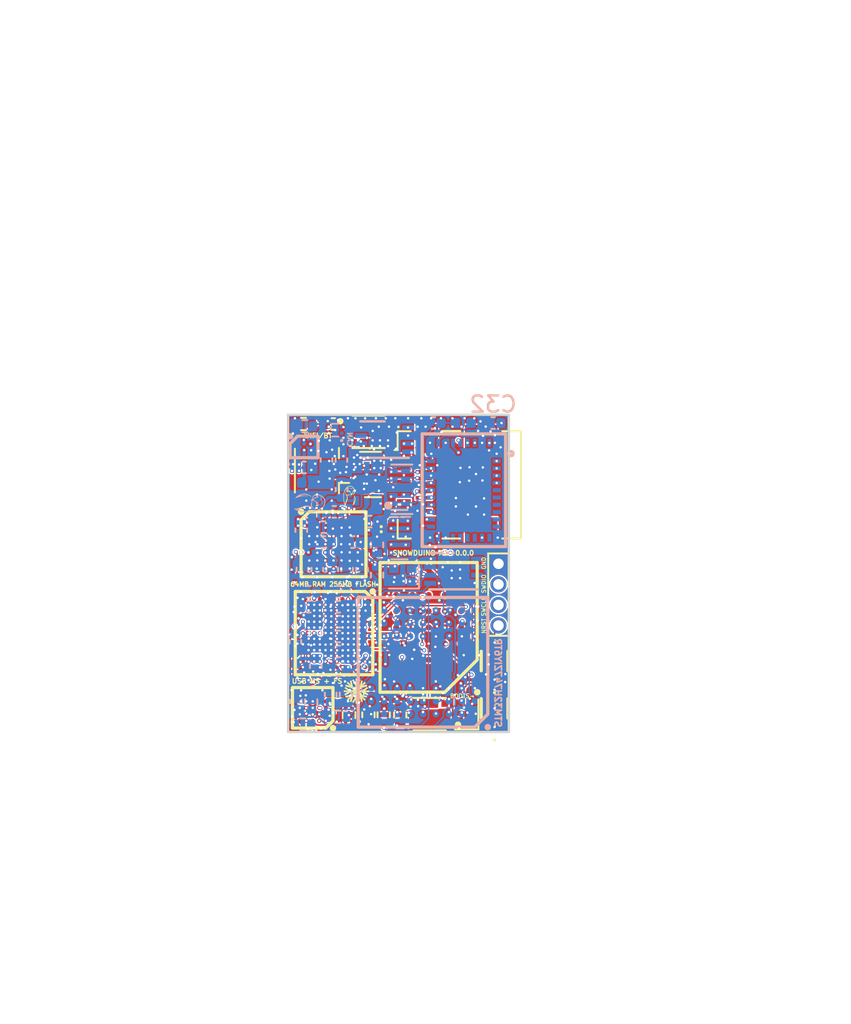
<source format=kicad_pcb>
(kicad_pcb (version 20221018) (generator pcbnew)
  (layers (0 "F.Cu" signal) (1 "In1.Cu" signal) (2 "In2.Cu" signal) (3 "In3.Cu" signal) (4 "In4.Cu" signal) (5 "In5.Cu" signal) (6 "In6.Cu" signal) (31 "B.Cu" signal) (34 "B.Paste" user) (35 "F.Paste" user) (36 "B.SilkS" user "B.Silkscreen") (37 "F.SilkS" user "F.Silkscreen") (38 "B.Mask" user) (39 "F.Mask" user) (44 "Edge.Cuts" user))
  (net 0 "")
  (net 1 "/D+")
  (net 3 "/D-")
  (net 4 "/D7")
  (net 6 "/HD+")
  (net 8 "/HD-")
  (net 9 "unconnected-(IC1B-PDR_ON-PadE7)")
  (net 10 "unconnected-(IC1C-VLXSMPS-PadE12)")
  (net 11 "/USB_STP")
  (net 12 "/D6")
  (net 13 "/D3")
  (net 14 "/D1N")
  (net 15 "/D1P")
  (net 16 "/D2")
  (net 17 "/USB_CK")
  (net 18 "/McuInCanOut")
  (net 19 "/D5")
  (net 20 "/CKN")
  (net 21 "/CKP")
  (net 22 "/D0")
  (net 23 "/D4")
  (net 24 "/D0N")
  (net 25 "/D0P")
  (net 26 "/D1")
  (net 27 "/NXT")
  (net 28 "/DIR")
  (net 29 "Net-(C12-Pad2)")
  (net 30 "Net-(C8-Pad2)")
  (net 31 "Net-(IC1C-VDDA)")
  (net 32 "Net-(IC1C-VCAPDSI)")
  (net 33 "Net-(C11-Pad2)")
  (net 34 "+1V8")
  (net 35 "GND")
  (net 36 "/HDMID2P")
  (net 38 "/HDMID2N")
  (net 39 "Net-(D1-K)")
  (net 40 "/HDMID1P")
  (net 41 "/HDMID1N")
  (net 42 "/HDMID0P")
  (net 43 "/HDMID0N")
  (net 44 "/HDMICP")
  (net 45 "/HDMICN")
  (net 46 "/SD")
  (net 47 "/SCLK")
  (net 49 "/HOT PLUG")
  (net 50 "Net-(IC4-REXT)")
  (net 51 "/DDSCL")
  (net 52 "/DDSDA")
  (net 53 "/WS")
  (net 54 "/12MHZ")
  (net 55 "Net-(IC4-INT)")
  (net 56 "Net-(IC2-RBIAS)")
  (net 57 "/SDA")
  (net 58 "/SCL")
  (net 59 "+5V")
  (net 60 "/CEC")
  (net 62 "Net-(IC2-VBUS)")
  (net 63 "/WTXD")
  (net 66 "+1V2")
  (net 68 "/McuOutCanIn")
  (net 69 "/32khz")
  (net 70 "/WRXD")
  (net 71 "/WRTS")
  (net 72 "/WCTS")
  (net 73 "Net-(U2-VIN_LDO)")
  (net 74 "unconnected-(IC1B-ADC1_INP2-PadF8)")
  (net 75 "unconnected-(IC1B-ADC3_INP4-PadF10)")
  (net 76 "unconnected-(IC1B-ADC1_INN2-PadG8)")
  (net 77 "unconnected-(IC1A-ADC1_INP3-PadG9)")
  (net 78 "unconnected-(IC1A-ADC1_INN3-PadJ9)")
  (net 79 "unconnected-(IC1B-OPAMP2_VINP-PadK7)")
  (net 80 "unconnected-(IC1B-ADC2_INN2-PadK8)")
  (net 81 "unconnected-(IC1A-DAC1_OUT1-PadK10)")
  (net 82 "Net-(U2-SR_VLX)")
  (net 83 "Net-(AE1-A)")
  (net 84 "unconnected-(IC1A-ADC1_INP4-PadM11)")
  (net 85 "+3.3V")
  (net 86 "/Amplified")
  (net 117 "unconnected-(U6-CANL-Pad6)")
  (net 118 "unconnected-(U6-CANH-Pad7)")
  (net 119 "/IO3")
  (net 120 "/IO0")
  (net 121 "/IO1")
  (net 122 "/IO2")
  (net 123 "/QCS")
  (net 124 "/QCLK")
  (net 129 "WIFIK4")
  (net 130 "VBUS1")
  (net 131 "WIFI D0")
  (net 132 "WIFI D2")
  (net 133 "WIFI CMD")
  (net 134 "WIFI D3")
  (net 135 "WIFI D1")
  (net 136 "WIFI CLK")
  (net 137 "WIFI WAKE")
  (net 138 "BT WAKE")
  (net 139 "BT DEV WAKE")
  (net 140 "BT REG ON")
  (net 141 "RA10")
  (net 142 "RCS")
  (net 143 "RWE")
  (net 144 "RDQ7")
  (net 145 "RDQ5")
  (net 146 "RDQ3")
  (net 147 "RDQ1")
  (net 148 "RA2")
  (net 149 "RA1")
  (net 150 "RB1")
  (net 151 "RAS")
  (net 152 "RQML")
  (net 153 "RDQ6")
  (net 154 "RDQ4")
  (net 155 "RDQ2")
  (net 156 "RDQ0")
  (net 157 "RA3")
  (net 158 "RA0")
  (net 159 "RB0")
  (net 160 "RCAS")
  (net 161 "RA4")
  (net 162 "RA6")
  (net 163 "RA9")
  (net 164 "RCKE")
  (net 165 "RA5")
  (net 166 "RA7")
  (net 167 "RA11")
  (net 168 "RCLK")
  (net 169 "RDQ9")
  (net 170 "RDQ11")
  (net 171 "RDQ13")
  (net 172 "RDQ15")
  (net 173 "RA8")
  (net 174 "RA12")
  (net 175 "RDQMH")
  (net 176 "RDQ8")
  (net 177 "RDQ10")
  (net 178 "RDQ12")
  (net 179 "RDQ14")
  (net 180 "USBFSVEN")
  (net 181 "USBHSVEN")
  (net 182 "Boot")
  (net 183 "NRST")
  (net 184 "SWDIO")
  (net 185 "SWCLK")
  (net 186 "Net-(IC7-PG)")
  (net 187 "Net-(IC7-SW)")
  (net 188 "Net-(IC1B-I2C2_SDA)")
  (net 189 "Net-(IC1B-I2C2_SCL)")
  (net 192 "Net-(Q1-Pad1)")
  (net 193 "Net-(Q2-Pad1)")
  (net 194 "*")
  (footprint "ADV7533:BGA49C50P7X7_346X346X66" (layer "F.Cu") (at 108.404876 86.878512)
    (fp_text reference "IC4" hide)
    (fp_text value "ADV7533BCBZ-RL" hide)
  )
  (footprint "Diode_SMD:D_0402_1005Metric" (layer "F.Cu") (at 111.350276 85.016112 90)
    (fp_text reference "D1" hide)
    (fp_text value "D" hide)
  )
  (footprint "W25Q02JV-DTR:BGA24C100P5X5_600X800X120" (layer "F.Cu") (at 114.278276 92.007112 180)
    (fp_text reference "IC5" hide)
    (fp_text value "W25Q02JVTBIM" hide)
  )
  (footprint "Switch1:NanoT160AS" (layer "F.Cu") (at 118.350276 94.081112 90)
    (fp_text reference "SW1" hide)
    (fp_text value "SW_Push" hide)
  )
  (footprint "Diode_SMD:D_0402_1005Metric" (layer "F.Cu") (at 111.350276 86.881112 -90)
    (fp_text reference "D2" hide)
    (fp_text value "D" hide)
  )
  (footprint "LOGO" (layer "F.Cu") (at 109.413 83.978)
    (fp_text reference "G***" hide)
    (fp_text value "LOGO" hide)
  )
  (footprint "SSM6J507NU_LF:TRANS_SSM6J507NU,LF" (layer "F.Cu") (at 114.3425 97.36 180)
    (fp_text reference "Q2" hide)
    (fp_text value "SSM6J507NU,LF" hide)
  )
  (footprint "Resistor_SMD:R_0402_1005Metric" (layer "F.Cu") (at 112.52 97.41 90)
    (fp_text reference "R7" hide)
    (fp_text value "R" hide)
  )
  (footprint "Resistor_SMD:R_0402_1005Metric" (layer "F.Cu") (at 106.55 79.46 180)
    (fp_text reference "R4" hide)
    (fp_text value "R" hide)
  )
  (footprint "SSM6J507NU_LF:TRANS_SSM6J507NU,LF" (layer "F.Cu") (at 110.57 79.94)
    (fp_text reference "Q1" hide)
    (fp_text value "SSM6J507NU,LF" hide)
  )
  (footprint "PESD1USB3S:PESD1USB3BCX" (layer "F.Cu") (at 109.35 97.42 180)
    (fp_text reference "D4" hide)
    (fp_text value "PESD1USB3S_CX" hide)
  )
  (footprint "LOGO" (layer "F.Cu") (at 109.813 95.938)
    (fp_text reference "G***" hide)
    (fp_text value "LOGO" hide)
  )
  (footprint "Connector_Coaxial:U.FL_Hirose_U.FL-R-SMT-1_Vertical" (layer "F.Cu") (at 107.855 82.335 180)
    (fp_text reference "AE1" hide)
    (fp_text value "Antenna_Shield" hide)
  )
  (footprint "Connector_PinHeader_1.27mm:PinHeader_1x04_P1.27mm_Vertical" (layer "F.Cu") (at 118.590276 88.081112)
    (fp_text reference "J4" hide)
    (fp_text value "Conn_01x04_Pin" hide)
  )
  (footprint "Connector_HDMI:HDMI_Micro-D_Molex_46765-0x01" (layer "F.Cu") (at 117.523476 83.214312 90)
    (fp_text reference "J2" hide)
    (fp_text value "HDMI_D_1.4" hide)
  )
  (footprint "Resistor_SMD:R_0402_1005Metric" (layer "F.Cu") (at 111.5 97.4 90)
    (fp_text reference "R6" hide)
    (fp_text value "R" hide)
  )
  (footprint "Resistor_SMD:R_0402_1005Metric" (layer "F.Cu") (at 110.56 97.4 -90)
    (fp_text reference "R5" hide)
    (fp_text value "8.06k" hide)
  )
  (footprint "Switch1:NanoT160AS" (layer "F.Cu") (at 118.350276 97.001112 90)
    (fp_text reference "SW2" hide)
    (fp_text value "SW_Push" hide)
  )
  (footprint "Capacitor_SMD:C_0402_1005Metric" (layer "F.Cu") (at 108.39 79.46)
    (fp_text reference "C31" hide)
    (fp_text value "C" hide)
  )
  (footprint "Package_SON:USON-10_2.5x1.0mm_P0.5mm" (layer "F.Cu") (at 110.839276 82.575112)
    (fp_text reference "U4" hide)
    (fp_text value "TPD4E02B04DQA" hide)
  )
  (footprint "USB3322:BGA25C40P5X5_197X197X62" (layer "F.Cu") (at 107.120276 96.971112 180)
    (fp_text reference "IC2" hide)
    (fp_text value "USB3325/1C-GL-TR" hide)
  )
  (footprint "STM32H747:BGA156C35P13X12_496X464X58" (layer "F.Cu") (at 108.435276 92.361112 -90)
    (fp_text reference "IC1" hide)
    (fp_text value "STM32H747ZIY6TR" hide)
  )
  (footprint "Oscillator:Oscillator_SMD_Abracon_ASCO-4Pin_1.6x1.2mm" (layer "F.Cu") (at 116.550276 97.301112 180)
    (fp_text reference "X1" hide)
    (fp_text value "ASCO" hide)
  )
  (footprint "Capacitor_SMD:C_0402_1005Metric" (layer "B.Cu") (at 107.969 81.68 90)
    (fp_text reference "C18" hide)
    (fp_text value "10u" hide)
  )
  (footprint "Capacitor_SMD:C_0402_1005Metric" (layer "B.Cu") (at 107.780276 86.741112 180)
    (fp_text reference "C9" hide)
    (fp_text value "1uF" hide)
  )
  (footprint "Capacitor_SMD:C_0402_1005Metric" (layer "B.Cu") (at 108.7 93.49 180)
    (fp_text reference "C24" hide)
    (fp_text value "1u" hide)
  )
  (footprint "Resistor_SMD:R_0402_1005Metric" (layer "B.Cu") (at 106.63 79.597 180)
    (fp_text reference "R8" hide)
    (fp_text value "100k" hide)
  )
  (footprint "Oscillator:Oscillator_SMD_Abracon_ASCO-4Pin_1.6x1.2mm" (layer "B.Cu") (at 112.680276 88.811112 90)
    (fp_text reference "X2" hide)
    (fp_text value "ASCO" hide)
  )
  (footprint "Capacitor_SMD:C_0402_1005Metric" (layer "B.Cu") (at 106.88 89.81)
    (fp_text reference "C13" hide)
    (fp_text value "1nF" hide)
  )
  (footprint "Capacitor_SMD:C_0402_1005Metric" (layer "B.Cu") (at 107.78 85.82 180)
    (fp_text reference "C3" hide)
    (fp_text value "1uF" hide)
  )
  (footprint "Resistor_SMD:R_0402_1005Metric" (layer "B.Cu") (at 106.513 98 180)
    (fp_text reference "R1" hide)
    (fp_text value "10k" hide)
  )
  (footprint "Capacitor_SMD:C_0402_1005Metric" (layer "B.Cu") (at 108.7 91.65 180)
    (fp_text reference "C23" hide)
    (fp_text value "1u" hide)
  )
  (footprint "Capacitor_SMD:C_0402_1005Metric" (layer "B.Cu") (at 108.45 84.88 180)
    (fp_text reference "C17" hide)
    (fp_text value "1uF" hide)
  )
  (footprint "IS42S16320F-6BL-TR:BGA54C80P9X9_800X800X120" (layer "B.Cu") (at 113.93 94.16 90)
    (fp_text reference "IC3" hide)
    (fp_text value "IS42S16320F-6BL-TR" hide)
  )
  (footprint "Capacitor_SMD:C_0402_1005Metric" (layer "B.Cu") (at 108.7 92.57 180)
    (fp_text reference "C22" hide)
    (fp_text value "1u" hide)
  )
  (footprint "Capacitor_SMD:C_0402_1005Metric" (layer "B.Cu") (at 106.076 96.58 -90)
    (fp_text reference "C30" hide)
    (fp_text value "1u" hide)
  )
  (footprint "Resistor_SMD:R_0402_1005Metric" (layer "B.Cu") (at 107.026 96.596 -90)
    (fp_text reference "R9" hide)
    (fp_text value "R" hide)
  )
  (footprint "Capacitor_SMD:C_0402_1005Metric" (layer "B.Cu") (at 106.88 90.73 180)
    (fp_text reference "C27" hide)
    (fp_text value "1u" hide)
  )
  (footprint "Capacitor_SMD:C_0402_1005Metric" (layer "B.Cu") (at 108.892858 81.689 90)
    (fp_text reference "C19" hide)
    (fp_text value "10u" hide)
  )
  (footprint "Capacitor_SMD:C_0402_1005Metric" (layer "B.Cu") (at 110.163276 88.438112 -90)
    (fp_text reference "C1" hide)
    (fp_text value "1uF" hide)
  )
  (footprint "Capacitor_SMD:C_0402_1005Metric" (layer "B.Cu") (at 108.323276 88.438112 -90)
    (fp_text reference "C10" hide)
    (fp_text value "1uF" hide)
  )
  (footprint "TPS71918-12DRVR:SON65P200X200X80-7N" (layer "B.Cu") (at 110.46 83.14 90)
    (fp_text reference "IC6" hide)
    (fp_text value "TPS71918-12DRVR" hide)
  )
  (footprint "LOGO" (layer "B.Cu") (at 106.823 84.288 90)
    (fp_text reference "G***" hide)
    (fp_text value "LOGO" hide)
  )
  (footprint "Capacitor_SMD:C_0402_1005Metric" (layer "B.Cu") (at 107.31 94.406 -90)
    (fp_text reference "C29" hide)
    (fp_text value "10uF" hide)
  )
  (footprint "Capacitor_SMD:C_0402_1005Metric" (layer "B.Cu") (at 106.59 82.136 180)
    (fp_text reference "C20" hide)
    (fp_text value "4.7u" hide)
  )
  (footprint "Inductor_SMD:L_0402_1005Metric" (layer "B.Cu") (at 106.082 94.737 -90)
    (fp_text reference "L2" hide)
    (fp_text value "47u" hide)
  )
  (footprint "TPS6208833YFPR:BGA6C40P2X3_80X120X50" (layer "B.Cu") (at 106.582 80.874 -90)
    (fp_text reference "IC7" hide)
    (fp_text value "TPS6208833YFPR" hide)
  )
  (footprint "Capacitor_SMD:C_0402_1005Metric" (layer "B.Cu") (at 109.15 96.134 -90)
    (fp_text reference "C25" hide)
    (fp_text value "1u" hide)
  )
  (footprint "Package_DFN_QFN:DFN-8-1EP_3x2mm_P0.5mm_EP1.3x1.5mm" (layer "B.Cu") (at 115.825 88.535 180)
    (fp_text reference "U5" hide)
    (fp_text value "ATECC608A-MAHDA" hide)
  )
  (footprint "Capacitor_SMD:C_0402_1005Metric" (layer "B.Cu") (at 106.483276 88.428112 -90)
    (fp_text reference "C4" hide)
    (fp_text value "1uF" hide)
  )
  (footprint "Resistor_SMD:R_0402_1005Metric" (layer "B.Cu") (at 111.094276 86.919112 -90)
    (fp_text reference "R2" hide)
    (fp_text value "1K" hide)
  )
  (footprint "Capacitor_SMD:C_0402_1005Metric" (layer "B.Cu") (at 108.7 89.81)
    (fp_text reference "C8" hide)
    (fp_text value "1nF" hide)
  )
  (footprint "Capacitor_SMD:C_0402_1005Metric" (layer "B.Cu") (at 109.243276 88.438112 -90)
    (fp_text reference "C5" hide)
    (fp_text value "1uF" hide)
  )
  (footprint "Capacitor_SMD:C_0402_1005Metric" (layer "B.Cu") (at 109.600276 86.741112)
    (fp_text reference "C2" hide)
    (fp_text value "1uF" hide)
  )
  (footprint "Murata:LBEE5KL1DX" (layer "B.Cu") (at 116.455 83.545 -90)
    (fp_text reference "U2" hide)
    (fp_text value "LBEE5KL1DX-883" hide)
  )
  (footprint "Capacitor_SMD:C_0402_1005Metric" (layer "B.Cu") (at 118.26 79.4 180)
    (fp_text reference "C32")
    (fp_text value "1u")
  )
  (footprint "Capacitor_SMD:C_0402_1005Metric" (layer "B.Cu") (at 108.9 83.51 90)
    (fp_text reference "C16" hide)
    (fp_text value "1uF" hide)
  )
  (footprint "Capacitor_SMD:C_0402_1005Metric" (layer "B.Cu") (at 108.694 94.645)
    (fp_text reference "C12" hide)
    (fp_text value "1nF" hide)
  )
  (footprint "Capacitor_SMD:C_0402_1005Metric" (layer "B.Cu") (at 114.57 79.4)
    (fp_text reference "C14" hide)
    (fp_text value "4.7u" hide)
  )
  (footprint "Capacitor_SMD:C_0402_1005Metric" (layer "B.Cu") (at 107.403276 88.438112 -90)
    (fp_text reference "C6" hide)
    (fp_text value "1uF" hide)
  )
  (footprint "Resistor_SMD:R_0402_1005Metric" (layer "B.Cu") (at 108.678 97.521)
    (fp_text reference "R10" hide)
    (fp_text value "R" hide)
  )
  (footprint "Capacitor_SMD:C_0402_1005Metric" (layer "B.Cu") (at 106.41 86.01 -90)
    (fp_text reference "C7" hide)
    (fp_text value "1uF" hide)
  )
  (footprint "Capacitor_SMD:C_0402_1005Metric" (layer "B.Cu") (at 107.264 92.349 -90)
    (fp_text reference "C28" hide)
    (fp_text value "1u" hide)
  )
  (footprint "Package_SON:USON-10_2.5x1.0mm_P0.5mm" (layer "B.Cu") (at 112.472876 83.362512 180)
    (fp_text reference "U3" hide)
    (fp_text value "TPD4E02B04DQA" hide)
  )
  (footprint "Package_DFN_QFN:DFN-8-1EP_3x2mm_P0.5mm_EP1.75x1.45mm" (layer "B.Cu") (at 111.56 80.4225 180)
    (fp_text reference "U6" hide)
    (fp_text value "MCP2542FDxMF" hide)
  )
  (footprint "PESD1USB3S:PESD1USB3BCX" (layer "B.Cu") (at 108.51 79.83 90)
    (fp_text reference "D3" hide)
    (fp_text value "PESD1USB3S_CX" hide)
  )
  (footprint "Capacitor_SMD:C_0402_1005Metric" (layer "B.Cu") (at 106.048 92.895 90)
    (fp_text reference "C11" hide)
    (fp_text value "1nF" hide)
  )
  (footprint "Inductor_SMD:L_0402_1005Metric" (layer "B.Cu") (at 106.928 83.074)
    (fp_text reference "L1" hide)
    (fp_text value "0.24uH" hide)
  )
  (footprint "Package_SON:USON-10_2.5x1.0mm_P0.5mm" (layer "B.Cu") (at 112.475276 86.411112 180)
    (fp_text reference "U1" hide)
    (fp_text value "TPD4E02B04DQA" hide)
  )
  (footprint "Capacitor_SMD:C_0402_1005Metric" (layer "B.Cu") (at 108.23 96.14 -90)
    (fp_text reference "C26" hide)
    (fp_text value "1u" hide)
  )
  (footprint "Capacitor_SMD:C_0402_1005Metric" (layer "B.Cu") (at 108.7 90.73 180)
    (fp_text reference "C21" hide)
    (fp_text value "1u" hide)
  )
  (footprint "Resistor_SMD:R_0402_1005Metric" (layer "B.Cu") (at 111.094276 88.781112 -90)
    (fp_text reference "R3" hide)
    (fp_text value "2K" hide)
  )
  (footprint "Inductor_SMD:L_0402_1005Metric" (layer "B.Cu") (at 116.415 79.39 180)
    (fp_text reference "FB1" hide)
    (fp_text value "2.2u" hide)
  )
  (footprint "Capacitor_SMD:C_0402_1005Metric" (layer "B.Cu") (at 110.64 85.48)
    (fp_text reference "C15" hide)
    (fp_text value "1uF" hide)
  )
  (gr_rect (start 105.600276 78.891112) (end 119.230276 98.461112) (stroke (width 0.15)) (fill none) (layer "Edge.Cuts"))
  (gr_text "CAN" (at 109.223 80.888 -90) (layer "B.SilkS") (effects (font (size 0.3 0.3) (thickness 0.07) bold) (justify left bottom mirror)))
  (gr_text "STM32H747ZIY6TR" (at 118.323 98.228 -90) (layer "B.SilkS") (effects (font (size 0.4 0.4) (thickness 0.1) bold) (justify left bottom mirror)))
  (gr_text "64MB RAM 256MB FLASH" (at 105.703 89.508) (layer "F.SilkS") (effects (font (size 0.28 0.28) (thickness 0.07) bold) (justify left bottom)))
  (gr_text "USB HS + FS" (at 105.793 95.498) (layer "F.SilkS") (effects (font (size 0.3 0.3) (thickness 0.07) bold) (justify left bottom)))
  (gr_text "WIFI/BT" (at 106.543 80.358) (layer "F.SilkS") (effects (font (size 0.3 0.3) (thickness 0.07) bold) (justify left bottom)))
  (gr_text "SWCLK" (at 117.827 91.351 90) (layer "F.SilkS") (effects (font (size 0.25 0.25) (thickness 0.05)) (justify left bottom)))
  (gr_text "GND" (at 117.834 88.464 90) (layer "F.SilkS") (effects (font (size 0.25 0.25) (thickness 0.05)) (justify left bottom)))
  (gr_text "SNOWDUINO AX  0.0.0" (at 112.013 87.594) (layer "F.SilkS") (effects (font (size 0.3 0.3) (thickness 0.07) bold) (justify left bottom)))
  (gr_text "NRST" (at 117.842 92.417 90) (layer "F.SilkS") (effects (font (size 0.25 0.25) (thickness 0.05)) (justify left bottom)))
  (gr_text "SWDIO\n" (at 117.834 89.929 90) (layer "F.SilkS") (effects (font (size 0.25 0.25) (thickness 0.05)) (justify left bottom)))
  (gr_text "BOOTS→" (at 115.573 96.388) (layer "F.SilkS") (effects (font (size 0.25 0.25) (thickness 0.05)) (justify left bottom)))
  (segment (start 110.010276 90.243416) (end 110.010276 90.261112) (width 0.09) (layer "F.Cu") (net 1))
  (segment (start 106.3465 88.580028) (end 106.799972 89.0335) (width 0.09) (layer "F.Cu") (net 1))
  (segment (start 106.413 87.37) (end 106.3465 87.4365) (width 0.09) (layer "F.Cu") (net 1))
  (segment (start 108.7335 89.0335) (end 109.701112 90.001112) (width 0.09) (layer "F.Cu") (net 1))
  (segment (start 109.701112 90.001112) (end 109.767972 90.001112) (width 0.09) (layer "F.Cu") (net 1))
  (segment (start 109.767972 90.001112) (end 110.010276 90.243416) (width 0.09) (layer "F.Cu") (net 1))
  (segment (start 106.3465 87.4365) (end 106.3465 88.580028) (width 0.09) (layer "F.Cu") (net 1))
  (segment (start 106.799972 89.0335) (end 108.7335 89.0335) (width 0.09) (layer "F.Cu") (net 1))
  (via blind (at 106.413 87.37) (size 0.25) (drill 0.15) (layers "F.Cu" "B.Cu") (net 1))
  (via blind (at 108.11 80.03) (size 0.25) (drill 0.15) (layers "In5.Cu" "B.Cu") (net 1))
  (segment (start 106.720028 89.2265) (end 108.5765 89.2265) (width 0.09) (layer "F.Cu") (net 3))
  (segment (start 106.074064 87.350397) (end 106.1535 87.429833) (width 0.09) (layer "F.Cu") (net 3))
  (segment (start 106.1535 88.659972) (end 106.720028 89.2265) (width 0.09) (layer "F.Cu") (net 3))
  (segment (start 106.1535 87.429833) (end 106.1535 88.659972) (width 0.09) (layer "F.Cu") (net 3))
  (segment (start 109.351112 90.001112) (end 109.417972 90.001112) (width 0.09) (layer "F.Cu") (net 3))
  (segment (start 109.660276 90.243416) (end 109.660276 90.261112) (width 0.09) (layer "F.Cu") (net 3))
  (segment (start 109.417972 90.001112) (end 109.660276 90.243416) (width 0.09) (layer "F.Cu") (net 3))
  (segment (start 108.5765 89.2265) (end 109.351112 90.001112) (width 0.09) (layer "F.Cu") (net 3))
  (via blind (at 106.074064 87.350397) (size 0.25) (drill 0.15) (layers "F.Cu" "B.Cu") (net 3))
  (via blind (at 108.11 79.63) (size 0.25) (drill 0.15) (layers "In5.Cu" "B.Cu") (net 3))
  (via blind (at 110.010276 92.711112) (size 0.25) (drill 0.15) (layers "F.Cu" "In2.Cu") (net 4))
  (via blind (at 107.120276 96.571112) (size 0.25) (drill 0.15) (layers "F.Cu" "In6.Cu") (net 4))
  (via blind (at 111.3165 93.698692) (size 0.25) (drill 0.15) (layers "In2.Cu" "B.Cu") (net 4))
  (segment (start 108.023776 96.274612) (end 109.063776 96.274612) (width 0.09) (layer "F.Cu") (net 6))
  (segment (start 107.920276 96.171112) (end 108.023776 96.274612) (width 0.09) (layer "F.Cu") (net 6))
  (segment (start 109.063776 96.274612) (end 109.4465 96.657336) (width 0.09) (layer "F.Cu") (net 6))
  (segment (start 109.4465 96.657336) (end 109.4465 96.9165) (width 0.09) (layer "F.Cu") (net 6))
  (segment (start 109.4465 96.9165) (end 109.55 97.02) (width 0.09) (layer "F.Cu") (net 6))
  (segment (start 109.2535 96.9165) (end 109.15 97.02) (width 0.09) (layer "F.Cu") (net 8))
  (segment (start 108.023776 96.467612) (end 108.37 96.467612) (width 0.09) (layer "F.Cu") (net 8))
  (segment (start 108.67 96.613349) (end 108.67 96.567612) (width 0.09) (layer "F.Cu") (net 8))
  (segment (start 108.47 96.567612) (end 108.47 96.613349) (width 0.09) (layer "F.Cu") (net 8))
  (segment (start 109.2535 96.73728) (end 109.2535 96.9165) (width 0.09) (layer "F.Cu") (net 8))
  (segment (start 108.77 96.467612) (end 108.983832 96.467612) (width 0.09) (layer "F.Cu") (net 8))
  (segment (start 107.920276 96.571112) (end 108.023776 96.467612) (width 0.09) (layer "F.Cu") (net 8))
  (segment (start 108.983832 96.467612) (end 109.2535 96.73728) (width 0.09) (layer "F.Cu") (net 8))
  (arc (start 108.57 96.713349) (mid 108.640711 96.68406) (end 108.67 96.613349) (width 0.09) (layer "F.Cu") (net 8))
  (arc (start 108.67 96.567612) (mid 108.699289 96.496901) (end 108.77 96.467612) (width 0.09) (layer "F.Cu") (net 8))
  (arc (start 108.37 96.467612) (mid 108.440711 96.496901) (end 108.47 96.567612) (width 0.09) (layer "F.Cu") (net 8))
  (arc (start 108.47 96.613349) (mid 108.499289 96.68406) (end 108.57 96.713349) (width 0.09) (layer "F.Cu") (net 8))
  (via blind (at 108.960276 92.361112) (size 0.25) (drill 0.15) (layers "F.Cu" "In5.Cu") (net 9))
  (via blind (at 108.949611 94.100447) (size 0.25) (drill 0.15) (layers "F.Cu" "In2.Cu") (net 10))
  (segment (start 108.336731 97.312131) (end 108.336731 97.722353) (width 0.09) (layer "F.Cu") (net 11))
  (segment (start 108.388362 97.2605) (end 108.336731 97.312131) (width 0.09) (layer "F.Cu") (net 11))
  (segment (start 108.027972 98.031112) (end 107.380276 98.031112) (width 0.09) (layer "F.Cu") (net 11))
  (segment (start 107.380276 98.031112) (end 107.120276 97.771112) (width 0.09) (layer "F.Cu") (net 11))
  (segment (start 108.336731 97.722353) (end 108.027972 98.031112) (width 0.09) (layer "F.Cu") (net 11))
  (via blind (at 108.260276 93.761112) (size 0.25) (drill 0.15) (layers "F.Cu" "In2.Cu") (net 11))
  (via blind (at 108.388362 97.2605) (size 0.25) (drill 0.15) (layers "F.Cu" "In2.Cu") (net 11))
  (via blind (at 107.910276 91.661112) (size 0.25) (drill 0.15) (layers "F.Cu" "In4.Cu") (net 12))
  (via blind (at 106.693396 96.198699) (size 0.25) (drill 0.15) (layers "F.Cu" "In5.Cu") (net 12))
  (via blind (at 105.995276 91.908) (size 0.25) (drill 0.15) (layers "In4.Cu" "B.Cu") (net 12))
  (via blind (at 106.379276 96.571112) (size 0.25) (drill 0.15) (layers "F.Cu" "In4.Cu") (net 13))
  (via blind (at 107.910276 92.011112) (size 0.25) (drill 0.15) (layers "F.Cu" "In5.Cu") (net 13))
  (via blind (at 107.144726 95.396274) (size 0.25) (drill 0.15) (layers "In4.Cu" "B.Cu") (net 13))
  (segment (start 108.599776 89.898241) (end 108.591309 89.898241) (width 0.11) (layer "F.Cu") (net 14))
  (segment (start 108.260276 90.229274) (end 108.260276 90.261112) (width 0.11) (layer "F.Cu") (net 14))
  (segment (start 108.591309 89.898241) (end 108.260276 90.229274) (width 0.11) (layer "F.Cu") (net 14))
  (via blind (at 108.404876 87.878512) (size 0.25) (drill 0.15) (layers "F.Cu" "In2.Cu") (net 14))
  (via blind (at 108.599776 89.898241) (size 0.25) (drill 0.15) (layers "F.Cu" "In2.Cu") (net 14))
  (via blind (at 108.404876 88.378512) (size 0.25) (drill 0.15) (layers "F.Cu" "In2.Cu") (net 15))
  (via blind (at 108.260276 90.611112) (size 0.25) (drill 0.15) (layers "F.Cu" "In2.Cu") (net 15))
  (via blind (at 107.910814 93.069993) (size 0.25) (drill 0.15) (layers "F.Cu" "In5.Cu") (net 16))
  (via blind (at 106.720276 96.971112) (size 0.25) (drill 0.15) (layers "F.Cu" "In6.Cu") (net 16))
  (via blind (at 108.133194 94.058194) (size 0.25) (drill 0.15) (layers "In5.Cu" "B.Cu") (net 16))
  (segment (start 106.673169 98.233169) (end 106.320276 97.880276) (width 0.09) (layer "F.Cu") (net 17))
  (segment (start 106.320276 97.880276) (end 106.320276 97.771112) (width 0.09) (layer "F.Cu") (net 17))
  (segment (start 107.217446 98.233169) (end 106.673169 98.233169) (width 0.09) (layer "F.Cu") (net 17))
  (via blind (at 107.217446 98.233169) (size 0.25) (drill 0.15) (layers "F.Cu" "In6.Cu") (net 17))
  (via blind (at 107.910276 93.411112) (size 0.25) (drill 0.15) (layers "F.Cu" "In4.Cu") (net 17))
  (via blind (at 107.600342 96.98443) (size 0.25) (drill 0.15) (layers "In4.Cu" "B.Cu") (net 17))
  (segment (start 110.360276 91.311112) (end 111.201951 91.311112) (width 0.09) (layer "F.Cu") (net 18))
  (segment (start 112.177097 90.335966) (end 112.687374 90.335966) (width 0.09) (layer "F.Cu") (net 18))
  (segment (start 111.201951 91.311112) (end 112.177097 90.335966) (width 0.09) (layer "F.Cu") (net 18))
  (via blind (at 112.687374 90.335966) (size 0.25) (drill 0.15) (layers "F.Cu" "In2.Cu") (net 18))
  (via blind (at 113.01 79.6725) (size 0.25) (drill 0.15) (layers "In2.Cu" "B.Cu") (net 18))
  (via blind (at 107.560276 91.661112) (size 0.25) (drill 0.15) (layers "F.Cu" "In3.Cu") (net 19))
  (via blind (at 106.355575 96.232437) (size 0.25) (drill 0.15) (layers "F.Cu" "In5.Cu") (net 19))
  (via blind (at 106.24781 91.450738) (size 0.25) (drill 0.15) (layers "In3.Cu" "B.Cu") (net 19))
  (via blind (at 107.404276 87.877112) (size 0.25) (drill 0.15) (layers "F.Cu" "In5.Cu") (net 20))
  (via blind (at 107.910276 90.261112) (size 0.25) (drill 0.15) (layers "F.Cu" "In5.Cu") (net 20))
  (via blind (at 107.910276 90.611112) (size 0.25) (drill 0.15) (layers "F.Cu" "In5.Cu") (net 21))
  (via blind (at 107.370776 88.378512) (size 0.25) (drill 0.15) (layers "F.Cu" "In5.Cu") (net 21))
  (via blind (at 106.720276 97.33) (size 0.25) (drill 0.15) (layers "F.Cu" "In2.Cu") (net 22))
  (via blind (at 106.590276 94.791112) (size 0.25) (drill 0.15) (layers "F.Cu" "In4.Cu") (net 22))
  (via blind (at 107.560276 93.411112) (size 0.25) (drill 0.15) (layers "F.Cu" "In4.Cu") (net 22))
  (via blind (at 106.023511 91.9505) (size 0.25) (drill 0.15) (layers "F.Cu" "In3.Cu") (net 23))
  (via blind (at 107.210276 91.661112) (size 0.25) (drill 0.15) (layers "F.Cu" "In2.Cu") (net 23))
  (via blind (at 106.720276 96.571112) (size 0.25) (drill 0.15) (layers "F.Cu" "In3.Cu") (net 23))
  (segment (start 107.240276 89.841112) (end 107.560276 90.161112) (width 0.11) (layer "F.Cu") (net 24))
  (segment (start 107.560276 90.161112) (end 107.560276 90.261112) (width 0.11) (layer "F.Cu") (net 24))
  (via blind (at 107.899276 87.881112) (size 0.25) (drill 0.15) (layers "F.Cu" "In2.Cu") (net 24))
  (via blind (at 107.240276 89.841112) (size 0.25) (drill 0.15) (layers "F.Cu" "In2.Cu") (net 24))
  (via blind (at 107.560276 90.611112) (size 0.25) (drill 0.15) (layers "F.Cu" "In2.Cu") (net 25))
  (via blind (at 107.932276 88.378112) (size 0.25) (drill 0.15) (layers "F.Cu" "In2.Cu") (net 25))
  (via blind (at 106.480274 95.351112) (size 0.25) (drill 0.15) (layers "F.Cu" "In3.Cu") (net 26))
  (via blind (at 107.210276 93.061112) (size 0.25) (drill 0.15) (layers "F.Cu" "In3.Cu") (net 26))
  (via blind (at 106.320276 96.971112) (size 0.25) (drill 0.15) (layers "F.Cu" "In2.Cu") (net 26))
  (via blind (at 107.210276 94.111112) (size 0.25) (drill 0.15) (layers "F.Cu" "In2.Cu") (net 27))
  (via blind (at 106.320276 97.371112) (size 0.25) (drill 0.15) (layers "F.Cu" "In2.Cu") (net 27))
  (segment (start 107.210276 94.461112) (end 107.210276 94.641112) (width 0.09) (layer "F.Cu") (net 28))
  (segment (start 107.210276 94.641112) (end 107.440276 94.871112) (width 0.09) (layer "F.Cu") (net 28))
  (via blind (at 106.720276 97.771112) (size 0.25) (drill 0.15) (layers "F.Cu" "In2.Cu") (net 28))
  (via blind (at 107.440276 94.871112) (size 0.25) (drill 0.15) (layers "F.Cu" "In2.Cu") (net 28))
  (via blind (at 110.387877 93.7505) (size 0.25) (drill 0.15) (layers "F.Cu" "B.Cu") (net 29))
  (segment (start 110.387877 93.7505) (end 110.387877 93.828989) (width 0.2) (layer "B.Cu") (net 29))
  (segment (start 109.571866 94.645) (end 109.174 94.645) (width 0.2) (layer "B.Cu") (net 29))
  (segment (start 110.387877 93.828989) (end 109.571866 94.645) (width 0.2) (layer "B.Cu") (net 29))
  (via blind (at 109.999611 90.621777) (size 0.25) (drill 0.15) (layers "F.Cu" "B.Cu") (net 30))
  (segment (start 109.999611 90.239611) (end 109.999611 90.621777) (width 0.25) (layer "B.Cu") (net 30))
  (segment (start 109.57 89.81) (end 109.999611 90.239611) (width 0.25) (layer "B.Cu") (net 30))
  (segment (start 109.18 89.81) (end 109.57 89.81) (width 0.25) (layer "B.Cu") (net 30))
  (via blind (at 107.560276 93.761112) (size 0.25) (drill 0.15) (layers "F.Cu" "B.Cu") (net 31))
  (via blind (at 107.560276 94.111112) (size 0.25) (drill 0.15) (layers "F.Cu" "B.Cu") (net 31))
  (segment (start 107.31 93.926) (end 106.408 93.926) (width 0.25) (layer "B.Cu") (net 31))
  (segment (start 106.408 93.926) (end 106.082 94.252) (width 0.25) (layer "B.Cu") (net 31))
  (segment (start 107.20819 90.252644) (end 107.210276 90.25473) (width 0.09) (layer "F.Cu") (net 32))
  (segment (start 107.20819 90.205696) (end 107.210276 90.207782) (width 0.09) (layer "F.Cu") (net 32))
  (segment (start 107.210276 90.207782) (end 107.210276 90.261112) (width 0.09) (layer "F.Cu") (net 32))
  (segment (start 107.20819 90.205696) (end 107.20819 90.252644) (width 0.09) (layer "F.Cu") (net 32))
  (via blind (at 107.20819 90.205696) (size 0.25) (drill 0.15) (layers "F.Cu" "B.Cu") (net 32))
  (segment (start 107.20819 90.205696) (end 107.36 90.053886) (width 0.25) (layer "B.Cu") (net 32))
  (segment (start 107.36 90.053886) (end 107.36 89.81) (width 0.25) (layer "B.Cu") (net 32))
  (via blind (at 106.514276 91.661112) (size 0.25) (drill 0.15) (layers "F.Cu" "B.Cu") (net 33))
  (segment (start 106.048 92.415) (end 106.514276 91.948724) (width 0.2) (layer "B.Cu") (net 33))
  (segment (start 106.514276 91.948724) (end 106.514276 91.661112) (width 0.2) (layer "B.Cu") (net 33))
  (via blind (at 109.4626 86.320888) (size 0.25) (drill 0.15) (layers "F.Cu" "B.Cu") (net 34))
  (via blind (at 105.943184 97.85101) (size 0.25) (drill 0.15) (layers "F.Cu" "In6.Cu") (net 34))
  (via blind (at 109.904876 88.378512) (size 0.25) (drill 0.15) (layers "F.Cu" "B.Cu") (net 34))
  (via blind (at 107.404876 87.399612) (size 0.25) (drill 0.15) (layers "F.Cu" "B.Cu") (net 34))
  (via blind (at 108.364701 85.91598) (size 0.25) (drill 0.15) (layers "F.Cu" "B.Cu") (net 34))
  (via blind (at 107.12 97.38) (size 0.25) (drill 0.15) (layers "F.Cu" "In1.Cu") (net 34))
  (via blind (at 108.390276 87.381112) (size 0.25) (drill 0.15) (layers "F.Cu" "B.Cu") (net 34))
  (via blind (at 106.895 88.383) (size 0.25) (drill 0.15) (layers "F.Cu" "B.Cu") (net 34))
  (via blind (at 111.60641 94.2695) (size 0.25) (drill 0.15) (layers "In6.Cu" "B.Cu") (net 34))
  (segment (start 107.410276 87.361112) (end 107.410276 87.921112) (width 0.25) (layer "B.Cu") (net 34))
  (segment (start 111.60641 94.2695) (end 111.631 94.24491) (width 0.2) (layer "B.Cu") (net 34))
  (segment (start 111.094276 89.072422) (end 111.094276 89.291112) (width 0.2) (layer "B.Cu") (net 34))
  (segment (start 110.163276 88.141422) (end 111.094276 89.072422) (width 0.2) (layer "B.Cu") (net 34))
  (segment (start 111.125 93.022) (end 111.125 90.575) (width 0.2) (layer "B.Cu") (net 34))
  (segment (start 109.120276 86.663212) (end 109.120276 86.741112) (width 0.25) (layer "B.Cu") (net 34))
  (segment (start 111.631 94.24491) (end 111.631 93.528) (width 0.2) (layer "B.Cu") (net 34))
  (segment (start 110.581765 89.803623) (end 111.094276 89.291112) (width 0.2) (layer "B.Cu") (net 34))
  (segment (start 110.210276 87.961112) (end 110.210276 88.081112) (width 0.25) (layer "B.Cu") (net 34))
  (segment (start 108.710276 87.381112) (end 109.290276 87.961112) (width 0.25) (layer "B.Cu") (net 34))
  (segment (start 110.163276 87.958112) (end 110.163276 88.141422) (width 0.2) (layer "B.Cu") (net 34))
  (segment (start 106.530276 87.951112) (end 106.530276 88.001112) (width 0.25) (layer "B.Cu") (net 34))
  (segment (start 109.404876 86.378612) (end 109.120276 86.663212) (width 0.25) (layer "B.Cu") (net 34))
  (segment (start 108.390276 87.381112) (end 108.710276 87.381112) (width 0.25) (layer "B.Cu") (net 34))
  (segment (start 110.581765 90.067817) (end 110.581765 89.803623) (width 0.2) (layer "B.Cu") (net 34))
  (segment (start 111.125 90.575) (end 110.869044 90.319044) (width 0.2) (layer "B.Cu") (net 34))
  (segment (start 106.530276 88.001112) (end 106.890276 88.361112) (width 0.25) (layer "B.Cu") (net 34))
  (segment (start 106.483276 87.948112) (end 107.393276 87.948112) (width 0.2) (layer "B.Cu") (net 34))
  (segment (start 110.832992 90.319044) (end 110.581765 90.067817) (width 0.2) (layer "B.Cu") (net 34))
  (segment (start 107.393276 87.948112) (end 107.403276 87.958112) (width 0.2) (layer "B.Cu") (net 34))
  (segment (start 111.631 93.528) (end 111.125 93.022) (width 0.2) (layer "B.Cu") (net 34))
  (segment (start 110.869044 90.319044) (end 110.832992 90.319044) (width 0.2) (layer "B.Cu") (net 34))
  (segment (start 107.410276 87.921112) (end 107.450276 87.961112) (width 0.25) (layer "B.Cu") (net 34))
  (segment (start 106.860276 90.261112) (end 106.510276 90.261112) (width 0.25) (layer "F.Cu") (net 35))
  (segment (start 109.310276 93.761112) (end 108.960276 93.761112) (width 0.25) (layer "F.Cu") (net 35))
  (segment (start 109.310276 94.111112) (end 109.310276 93.761112) (width 0.25) (layer "F.Cu") (net 35))
  (via blind (at 108.2029 96.75931) (size 0.25) (drill 0.15) (layers "F.Cu" "In2.Cu") (net 35))
  (via blind (at 115.33 80.62) (size 0.25) (drill 0.15) (layers "F.Cu" "B.Cu") (net 35))
  (via blind (at 109.404876 87.899612) (size 0.25) (drill 0.15) (layers "F.Cu" "In2.Cu") (net 35))
  (via blind (at 106.870941 91.650447) (size 0.25) (drill 0.15) (layers "F.Cu" "In1.Cu") (net 35))
  (via blind (at 108.32 81.045) (size 0.25) (drill 0.15) (layers "F.Cu" "B.Cu") (net 35))
  (via blind (at 109.219495 89.152505) (size 0.25) (drill 0.15) (layers "F.Cu" "In2.Cu") (net 35))
  (via blind (at 108.060776 89.877) (size 0.25) (drill 0.15) (layers "F.Cu" "In2.Cu") (net 35))
  (via blind (at 108.169757 88.660958) (size 0.25) (drill 0.15) (layers "F.Cu" "In2.Cu") (net 35))
  (via blind (at 112.795 93.12) (size 0.25) (drill 0.15) (layers "F.Cu" "In2.Cu") (net 35))
  (via blind (at 106.855376 87.378512) (size 0.25) (drill 0.15) (layers "F.Cu" "B.Cu") (net 35))
  (via blind (at 117.189239 97.33661) (size 0.25) (drill 0.15) (layers "F.Cu" "B.Cu") (net 35))
  (via blind (at 117.993 93.688) (size 0.25) (drill 0.15) (layers "F.Cu" "In6.Cu") (net 35))
  (via blind (at 105.845 97.495) (size 0.25) (drill 0.15) (layers "F.Cu" "In1.Cu") (net 35))
  (via blind (at 105.814776 95.872601) (size 0.25) (drill 0.15) (layers "F.Cu" "In1.Cu") (net 35))
  (via blind (at 107.899611 90.950447) (size 0.25) (drill 0.15) (layers "F.Cu" "B.Cu") (net 35))
  (via blind (at 110.454276 82.575112) (size 0.25) (drill 0.15) (layers "F.Cu" "In3.Cu") (net 35))
  (via blind (at 119.015776 94.888) (size 0.25) (drill 0.15) (layers "F.Cu" "B.Cu") (net 35))
  (via blind (at 115.75 79.105612) (size 0.25) (drill 0.15) (layers "F.Cu" "In6.Cu") (net 35))
  (via blind (at 109.904876 87.899612) (size 0.25) (drill 0.15) (layers "F.Cu" "In2.Cu") (net 35))
  (via blind (at 113.25 83.88) (size 0.25) (drill 0.15) (layers "F.Cu" "In6.Cu") (net 35))
  (via blind (at 107.400276 85.831112) (size 0.25) (drill 0.15) (layers "F.Cu" "B.Cu") (net 35))
  (via blind (at 108.17 80.47) (size 0.25) (drill 0.15) (layers "F.Cu" "B.Cu") (net 35))
  (via blind (at 109.015584 80.71) (size 0.25) (drill 0.15) (layers "F.Cu" "In1.Cu") (net 35))
  (via blind (at 107.57 94.47) (size 0.25) (drill 0.15) (layers "F.Cu" "In1.Cu") (net 35))
  (via blind (at 107.691533 84.68246) (size 0.25) (drill 0.15) (layers "F.Cu" "In6.Cu") (net 35))
  (via blind (at 113.728 82.005) (size 0.25) (drill 0.15) (layers "F.Cu" "B.Cu") (net 35))
  (via blind (at 106.860276 93.061112) (size 0.25) (drill 0.15) (layers "F.Cu" "In1.Cu") (net 35))
  (via blind (at 106.595 81.07) (size 0.25) (drill 0.15) (layers "F.Cu" "In1.Cu") (net 35))
  (via blind (at 112.753 89.728) (size 0.25) (drill 0.15) (layers "F.Cu" "In6.Cu") (net 35))
  (via blind (at 111.843 93.708) (size 0.25) (drill 0.15) (layers "F.Cu" "In6.Cu") (net 35))
  (via blind (at 112.207601 96.290612) (size 0.25) (drill 0.15) (layers "F.Cu" "In2.Cu") (net 35))
  (via blind (at 116.308974 79.624612) (size 0.25) (drill 0.15) (layers "F.Cu" "In6.Cu") (net 35))
  (via blind (at 114.692 93.209) (size 0.25) (drill 0.15) (layers "F.Cu" "B.Cu") (net 35))
  (via blind (at 117.823 94.908) (size 0.25) (drill 0.15) (layers "F.Cu" "B.Cu") (net 35))
  (via blind (at 114.995 95.645) (size 0.25) (drill 0.15) (layers "F.Cu" "In2.Cu") (net 35))
  (via blind (at 111.325089 91.873779) (size 0.25) (drill 0.15) (layers "F.Cu" "In2.Cu") (net 35))
  (via blind (at 105.895 80.045) (size 0.25) (drill 0.15) (layers "F.Cu" "In2.Cu") (net 35))
  (via blind (at 112.905619 96.290612) (size 0.25) (drill 0.15) (layers "F.Cu" "In2.Cu") (net 35))
  (via blind (at 110.371261 84.962736) (size 0.25) (drill 0.15) (layers "F.Cu" "In6.Cu") (net 35))
  (via blind (at 112.748476 83.814312) (size 0.25) (drill 0.15) (layers "F.Cu" "In6.Cu") (net 35))
  (via blind (at 107.911 85.859) (size 0.25) (drill 0.15) (layers "F.Cu" "In1.Cu") (net 35))
  (via blind (at 106.510276 94.461112) (size 0.25) (drill 0.15) (layers "F.Cu" "In1.Cu") (net 35))
  (via blind (at 113.77 91.02) (size 0.25) (drill 0.15) (layers "F.Cu" "In2.Cu") (net 35))
  (via blind (at 118.350276 97.001112) (size 0.25) (drill 0.15) (layers "F.Cu" "In6.Cu") (net 35))
  (via blind (at 113.678 83.218) (size 0.25) (drill 0.15) (layers "F.Cu" "B.Cu") (net 35))
  (via blind (at 107.495 80.495) (size 0.25) (drill 0.15) (layers "F.Cu" "B.Cu") (net 35))
  (via blind (at 115.75 79.625112) (size 0.25) (drill 0.15) (layers "F.Cu" "In6.Cu") (net 35))
  (via blind (at 106.02 79.105612) (size 0.25) (drill 0.15) (layers "F.Cu" "In2.Cu") (net 35))
  (via blind (at 108.48 81.44) (size 0.25) (drill 0.15) (layers "F.Cu" "B.Cu") (net 35))
  (via blind (at 111.02 92.945) (size 0.25) (drill 0.15) (layers "F.Cu" "In2.Cu") (net 35))
  (via blind (at 118.350276 95.231112) (size 0.25) (drill 0.15) (layers "F.Cu" "B.Cu") (net 35))
  (via blind (at 115.067978 79.9545) (size 0.25) (drill 0.15) (layers "F.Cu" "B.Cu") (net 35))
  (via blind (at 109.76 82.13) (size 0.25) (drill 0.15) (layers "F.Cu" "In1.Cu") (net 35))
  (via blind (at 111.224276 82.575112) (size 0.25) (drill 0.15) (layers "F.Cu" "In3.Cu") (net 35))
  (via blind (at 109.904876 87.378512) (size 0.25) (drill 0.15) (layers "F.Cu" "In1.Cu") (net 35))
  (via blind (at 109.87 81.374) (size 0.25) (drill 0.15) (layers "F.Cu" "In3.Cu") (net 35))
  (via blind (at 108.88 88.4) (size 0.25) (drill 0.15) (layers "F.Cu" "In1.Cu") (net 35))
  (via blind (at 111.42 96.290612) (size 0.25) (drill 0.15) (layers "F.Cu" "In2.Cu") (net 35))
  (via blind (at 111.095 89.37) (size 0.25) (drill 0.15) (layers "F.Cu" "In2.Cu") (net 35))
  (via blind (at 117.395 93.72) (size 0.25) (drill 0.15) (layers "F.Cu" "In2.Cu") (net 35))
  (via blind (at 107.483 83.018) (size 0.25) (drill 0.15) (layers "F.Cu" "In6.Cu") (net 35))
  (via blind (at 108.693 79.218) (size 0.25) (drill 0.15) (layers "F.Cu" "In1.Cu") (net 35))
  (via blind (at 114.813 82.008) (size 0.25) (drill 0.15) (layers "F.Cu" "In6.Cu") (net 35))
  (via blind (at 117.295 91.595) (size 0.25) (drill 0.15) (layers "F.Cu" "In2.Cu") (net 35))
  (via blind (at 117.099638 79.106112) (size 0.25) (drill 0.15) (layers "F.Cu" "In6.Cu") (net 35))
  (via blind (at 107.273 81.908) (size 0.25) (drill 0.15) (layers "F.Cu" "B.Cu") (net 35))
  (via blind (at 110.010276 93.061112) (size 0.25) (drill 0.15) (layers "F.Cu" "In1.Cu") (net 35))
  (via blind (at 117.983 94.288) (size 0.25) (drill 0.15) (layers "F.Cu" "In6.Cu") (net 35))
  (via blind (at 116.223 88.968) (size 0.25) (drill 0.15) (layers "F.Cu" "B.Cu") (net 35))
  (via blind (at 110.010276 92.011112) (size 0.25) (drill 0.15) (layers "F.Cu" "In1.Cu") (net 35))
  (via blind (at 109.660276 91.311112) (size 0.25) (drill 0.15) (layers "F.Cu" "In3.Cu") (net 35))
  (via blind (at 115.168 96.054) (size 0.25) (drill 0.15) (layers "F.Cu" "In2.Cu") (net 35))
  (via blind (at 114.43 79.105612) (size 0.25) (drill 0.15) (layers "F.Cu" "In6.Cu") (net 35))
  (via blind (at 109.689046 84.711053) (size 0.25) (drill 0.15) (layers "F.Cu" "In3.Cu") (net 35))
  (via blind (at 117.12 89.27) (size 0.25) (drill 0.15) (layers "F.Cu" "B.Cu") (net 35))
  (via blind (at 110.643 96.868) (size 0.25) (drill 0.15) (layers "F.Cu" "In2.Cu") (net 35))
  (via blind (at 109.023 79.648) (size 0.25) (drill 0.15) (layers "F.Cu" "In1.Cu") (net 35))
  (via blind (at 112.222841 79.105612) (size 0.25) (drill 0.15) (layers "F.Cu" "B.Cu") (net 35))
  (via blind (at 110.360276 90.261112) (size 0.25) (drill 0.15) (layers "F.Cu" "In2.Cu") (net 35))
  (via blind (at 117.345 90.72) (size 0.25) (drill 0.15) (layers "F.Cu" "In2.Cu") (net 35))
  (via blind (at 112.748476 82.614312) (size 0.25) (drill 0.15) (layers "F.Cu" "In6.Cu") (net 35))
  (via blind (at 110.695 86.87) (size 0.25) (drill 0.15) (layers "F.Cu" "In2.Cu") (net 35))
  (via blind (at 107.133 88.668) (size 0.25) (drill 0.15) (layers "F.Cu" "In6.Cu") (net 35))
  (via blind (at 106.616161 84.615486) (size 0.25) (drill 0.15) (layers "F.Cu" "B.Cu") (net 35))
  (via blind (at 112.395 87.62) (size 0.25) (drill 0.15) (layers "F.Cu" "In1.Cu") (net 35))
  (via blind (at 108.293 84.188) (size 0.25) (drill 0.15) (layers "F.Cu" "In1.Cu") (net 35))
  (via blind (at 106.57 80.445) (size 0.25) (drill 0.15) (layers "F.Cu" "In1.Cu") (net 35))
  (via blind (at 110.585766 86.007858) (size 0.25) (drill 0.15) (layers "F.Cu" "B.Cu") (net 35))
  (via blind (at 109.963 96.658) (size 0.25) (drill 0.15) (layers "F.Cu" "In6.Cu") (net 35))
  (via blind (at 113.013 79.105612) (size 0.25) (drill 0.15) (layers "F.Cu" "B.Cu") (net 35))
  (via blind (at 108.694332 84.942613) (size 0.25) (drill 0.15) (layers "F.Cu" "In6.Cu") (net 35))
  (via blind (at 109.310276 93.761112) (size 0.25) (drill 0.15) (layers "F.Cu" "In1.Cu") (net 35))
  (via blind (at 107.38 83.81) (size 0.25) (drill 0.15) (layers "F.Cu" "In6.Cu") (net 35))
  (via blind (at 115.463 87.988) (size 0.25) (drill 0.15) (layers "F.Cu" "B.Cu") (net 35))
  (via blind (at 108.960276 94.461112) (size 0.25) (drill 0.15) (layers "F.Cu" "In1.Cu") (net 35))
  (via blind (at 115.703 88.968) (size 0.25) (drill 0.15) (layers "F.Cu" "B.Cu") (net 35))
  (via blind (at 108.165498 82.83) (size 0.25) (drill 0.15) (layers "F.Cu" "In6.Cu") (net 35))
  (via blind (at 108.601 90.952) (size 0.25) (drill 0.15) (layers "F.Cu" "In4.Cu") (net 35))
  (via blind (at 108.14 81.74) (size 0.25) (drill 0.15) (layers "F.Cu" "In6.Cu") (net 35))
  (via blind (at 109.442403 96.209065) (size 0.25) (drill 0.15) (layers "F.Cu" "In2.Cu") (net 35))
  (via blind (at 108.260276 94.111112) (size 0.25) (drill 0.15) (layers "F.Cu" "In1.Cu") (net 35))
  (via blind (at 116.823 96.408) (size 0.25) (drill 0.15) (layers "F.Cu" "In2.Cu") (net 35))
  (via blind (at 113.829106 79.107168) (size 0.25) (drill 0.15) (layers "F.Cu" "In6.Cu") (net 35))
  (via blind (at 113.930984 84.414312) (size 0.25) (drill 0.15) (layers "F.Cu" "B.Cu") (net 35))
  (via blind (at 116.09 94.96) (size 0.25) (drill 0.15) (layers "F.Cu" "B.Cu") (net 35))
  (via blind (at 109.404876 88.378512) (size 0.25) (drill 0.15) (layers "F.Cu" "In2.Cu") (net 35))
  (via blind (at 109.644502 82.8) (size 0.25) (drill 0.15) (layers "F.Cu" "In2.Cu") (net 35))
  (via blind (at 106.860276 93.761112) (size 0.25) (drill 0.15) (layers "F.Cu" "In1.Cu") (net 35))
  (via blind (at 109.660276 93.411112) (size 0.25) (drill 0.15) (layers "F.Cu" "In1.Cu") (net 35))
  (via blind (at 115.145 88.295) (size 0.25) (drill 0.15) (layers "F.Cu" "In2.Cu") (net 35))
  (via blind (at 107.033 82.298) (size 0.25) (drill 0.15) (layers "F.Cu" "B.Cu") (net 35))
  (via blind (at 116.964559 96.720178) (size 0.25) (drill 0.15) (layers "F.Cu" "In2.Cu") (net 35))
  (via blind (at 106.911 87.884) (size 0.25) (drill 0.15) (layers "F.Cu" "In2.Cu") (net 35))
  (via blind (at 115.703 88.498) (size 0.25) (drill 0.15) (layers "F.Cu" "B.Cu") (net 35))
  (via blind (at 108.960276 93.761112) (size 0.25) (drill 0.15) (layers "F.Cu" "In1.Cu") (net 35))
  (via blind (at 107.720276 95.891112) (size 0.25) (drill 0.15) (layers "F.Cu" "In1.Cu") (net 35))
  (via blind (at 106.723 84.188) (size 0.25) (drill 0.15) (layers "F.Cu" "In6.Cu") (net 35))
  (via blind (at 111.82 89.895) (size 0.25) (drill 0.15) (layers "F.Cu" "In2.Cu") (net 35))
  (via blind (at 106.723 83.498) (size 0.25) (drill 0.15) (layers "F.Cu" "In6.Cu") (net 35))
  (via blind (at 108.596731 97.827317) (size 0.25) (drill 0.15) (layers "F.Cu" "In2.Cu") (net 35))
  (via blind (at 116.445 93.72) (size 0.25) (drill 0.15) (layers "F.Cu" "In2.Cu") (net 35))
  (via blind (at 106.860276 92.361112) (size 0.25) (drill 0.15) (layers "F.Cu" "In1.Cu") (net 35))
  (via blind (at 112.41 79.64) (size 0.25) (drill 0.15) (layers "F.Cu" "B.Cu") (net 35))
  (via blind (at 109.35 97.42) (size 0.25) (drill 0.15) (layers "F.Cu" "In1.Cu") (net 35))
  (via blind (at 114.795 91.945) (size 0.25) (drill 0.15) (layers "F.Cu" "In2.Cu") (net 35))
  (via blind (at 108.902 87.876) (size 0.25) (drill 0.15) (layers "F.Cu" "In2.Cu") (net 35))
  (via blind (at 109.904876 86.378512) (size 0.25) (drill 0.15) (layers "F.Cu" "In1.Cu") (net 35))
  (via blind (at 109.404876 85.838338) (size 0.25) (drill 0.15) (layers "F.Cu" "In3.Cu") (net 35))
  (via blind (at 107.52 97.37) (size 0.25) (drill 0.15) (layers "F.Cu" "In1.Cu") (net 35))
  (via blind (at 106.860276 93.761112) (size 0.25) (drill 0.15) (layers "F.Cu" "In1.Cu") (net 35))
  (via blind (at 107.47 81.12) (size 0.25) (drill 0.15) (layers "F.Cu" "B.Cu") (net 35))
  (via blind (at 106.510276 90.261112) (size 0.25) (drill 0.15) (layers "F.Cu" "In2.Cu") (net 35))
  (via blind (at 106.174776 95.110297) (size 0.25) (drill 0.15) (layers "F.Cu" "In1.Cu") (net 35))
  (via blind (at 108.904876 85.859612) (size 0.25) (drill 0.15) (layers "F.Cu" "In6.Cu") (net 35))
  (via blind (at 108.15 82.35) (size 0.25) (drill 0.15) (layers "F.Cu" "In6.Cu") (net 35))
  (via blind (at 114.913 89.288) (size 0.25) (drill 0.15) (layers "F.Cu" "In6.Cu") (net 35))
  (via blind (at 111.503 84.708) (size 0.25) (drill 0.15) (layers "F.Cu" "In3.Cu") (net 35))
  (via blind (at 110.82 91.000615) (size 0.25) (drill 0.15) (layers "F.Cu" "In2.Cu") (net 35))
  (via blind (at 109.015584 80.31) (size 0.25) (drill 0.15) (layers "F.Cu" "In4.Cu") (net 35))
  (via blind (at 106.860276 90.261112) (size 0.25) (drill 0.15) (layers "F.Cu" "In2.Cu") (net 35))
  (via blind (at 107.120276 96.971112) (size 0.25) (drill 0.15) (layers "F.Cu" "In1.Cu") (net 35))
  (via blind (at 116.223 87.988) (size 0.25) (drill 0.15) (layers "F.Cu" "B.Cu") (net 35))
  (via blind (at 109.310276 94.111112) (size 0.25) (drill 0.15) (layers "F.Cu" "In1.Cu") (net 35))
  (via blind (at 108.293 83.498) (size 0.25) (drill 0.15) (layers "F.Cu" "In1.Cu") (net 35))
  (via blind (at 116.5 79.105612) (size 0.25) (drill 0.15) (layers "F.Cu" "In6.Cu") (net 35))
  (via blind (at 105.814776 88.448) (size 0.25) (drill 0.15) (layers "F.Cu" "In6.Cu") (net 35))
  (via blind (at 116.223 88.438) (size 0.25) (drill 0.15) (layers "F.Cu" "B.Cu") (net 35))
  (via blind (at 117.13 95.76) (size 0.25) (drill 0.15) (layers "F.Cu" "B.Cu") (net 35))
  (via blind (at 115.895 96.17) (size 0.25) (drill 0.15) (layers "F.Cu" "In2.Cu") (net 35))
  (via blind (at 105.824 87.67) (size 0.25) (drill 0.15) (layers "F.Cu" "B.Cu") (net 35))
  (via blind (at 109.015584 81.440498) (size 0.25) (drill 0.15) (layers "F.Cu" "B.Cu") (net 35))
  (via blind (at 116.669739 97.270753) (size 0.25) (drill 0.15) (layers "F.Cu" "In2.Cu") (net 35))
  (via blind (at 119.003 95.378) (size 0.25) (drill 0.15) (layers "F.Cu" "B.Cu") (net 35))
  (via blind (at 110.577 83.939614) (size 0.25) (drill 0.15) (layers "F.Cu" "In3.Cu") (net 35))
  (via blind (at 116.543 95.078) (size 0.25) (drill 0.15) (layers "F.Cu" "In6.Cu") (net 35))
  (via blind (at 115.04 79.105612) (size 0.25) (drill 0.15) (layers "F.Cu" "In6.Cu") (net 35))
  (via blind (at 110.3 97.07) (size 0.25) (drill 0.15) (layers "F.Cu" "In2.Cu") (net 35))
  (via blind (at 107.189174 95.377613) (size 0.25) (drill 0.15) (layers "F.Cu" "In1.Cu") (net 35))
  (via blind (at 112.17 88.92) (size 0.25) (drill 0.15) (layers "F.Cu" "In1.Cu") (net 35))
  (via blind (at 114.278276 93.007112) (size 0.25) (drill 0.15) (layers "F.Cu" "In6.Cu") (net 35))
  (via blind (at 111.313 84.368) (size 0.25) (drill 0.15) (layers "F.Cu" "In3.Cu") (net 35))
  (via blind (at 118.723 80.898) (size 0.25) (drill 0.15) (layers "In1.Cu" "B.Cu") (net 35))
  (via blind (at 114.363 80.618) (size 0.25) (drill 0.15) (layers "In1.Cu" "B.Cu") (net 35))
  (via blind (at 117.599699 82.944699) (size 0.25) (drill 0.15) (layers "In1.Cu" "B.Cu") (net 35))
  (via blind (at 117.205 84.545) (size 0.25) (drill 0.15) (layers "In1.Cu" "B.Cu") (net 35))
  (via blind (at 117.623 82.138) (size 0.25) (drill 0.15) (layers "In1.Cu" "B.Cu") (net 35))
  (via blind (at 111.83 79.625112) (size 0.25) (drill 0.15) (layers "In1.Cu" "B.Cu") (net 35))
  (via blind (at 117.634837 80.185163) (size 0.25) (drill 0.15) (layers "In1.Cu" "B.Cu") (net 35))
  (via blind (at 117.80218 79.61782) (size 0.25) (drill 0.15) (layers "In1.Cu" "B.Cu") (net 35))
  (via blind (at 117.48218 79.29782) (size 0.25) (drill 0.15) (layers "In1.Cu" "B.Cu") (net 35))
  (via blind (at 114.443 81.298) (size 0.25) (drill 0.15) (layers "In1.Cu" "B.Cu") (net 35))
  (via blind (at 117.703 85.048) (size 0.25) (drill 0.15) (layers "In1.Cu" "B.Cu") (net 35))
  (via blind (at 117.334837 79.885163) (size 0.25) (drill 0.15) (layers "In1.Cu" "B.Cu") (net 35))
  (via blind (at 117.703 84.048) (size 0.25) (drill 0.15) (layers "In1.Cu" "B.Cu") (net 35))
  (via blind (at 117.205 84.545) (size 0.25) (drill 0.15) (layers "In1.Cu" "B.Cu") (net 35))
  (via blind (at 109.29 79.105612) (size 0.25) (drill 0.15) (layers "In1.Cu" "B.Cu") (net 35))
  (via blind (at 110.823 79.888) (size 0.25) (drill 0.15) (layers "In1.Cu" "B.Cu") (net 35))
  (via blind (at 109.757 79.105612) (size 0.25) (drill 0.15) (layers "In1.Cu" "B.Cu") (net 35))
  (via blind (at 116.783 82.958) (size 0.25) (drill 0.15) (layers "In1.Cu" "B.Cu") (net 35))
  (via blind (at 114.43 82.645) (size 0.25) (drill 0.15) (layers "In1.Cu" "B.Cu") (net 35))
  (via blind (at 118.10218 79.91782) (size 0.25) (drill 0.15) (layers "In1.Cu" "B.Cu") (net 35))
  (via blind (at 117.205 82.545) (size 0.25) (drill 0.15) (layers "In1.Cu" "B.Cu") (net 35))
  (via blind (at 116.803 82.128) (size 0.25) (drill 0.15) (layers "In1.Cu" "B.Cu") (net 35))
  (via blind (at 117.58 80.62) (size 0.25) (drill 0.15) (layers "In1.Cu" "B.Cu") (net 35))
  (via blind (at 110.36 79.105612) (size 0.25) (drill 0.15) (layers "In1.Cu" "B.Cu") (net 35))
  (via blind (at 113.599502 79.624612) (size 0.25) (drill 0.15) (layers "In1.Cu" "B.Cu") (net 35))
  (via blind (at 111.2 79.625112) (size 0.25) (drill 0.15) (layers "In1.Cu" "B.Cu") (net 35))
  (via blind (at 115.959776 84.545) (size 0.25) (drill 0.15) (layers "In1.Cu" "B.Cu") (net 35))
  (via blind (at 114.09 79.626668) (size 0.25) (drill 0.15) (layers "In1.Cu" "B.Cu") (net 35))
  (via blind (at 116.243 82.168) (size 0.25) (drill 0.15) (layers "In1.Cu" "B.Cu") (net 35))
  (via blind (at 115.963 84.028) (size 0.25) (drill 0.15) (layers "In1.Cu" "B.Cu") (net 35))
  (via blind (at 118.48 81.295) (size 0.25) (drill 0.15) (layers "In1.Cu" "B.Cu") (net 35))
  (via blind (at 112.313 79.988) (size 0.25) (drill 0.15) (layers "In1.Cu" "B.Cu") (net 35))
  (via blind (at 111.02 79.105612) (size 0.25) (drill 0.15) (layers "In1.Cu" "B.Cu") (net 35))
  (via blind (at 111.63 79.105612) (size 0.25) (drill 0.15) (layers "In1.Cu" "B.Cu") (net 35))
  (via blind (at 118.372015 80.150494) (size 0.25) (drill 0.15) (layers "In1.Cu" "B.Cu") (net 35))
  (via blind (at 118.372278 80.62) (size 0.25) (drill 0.15) (layers "In1.Cu" "B.Cu") (net 35))
  (via blind (at 116.703 85.048) (size 0.25) (drill 0.15) (layers "In1.Cu" "B.Cu") (net 35))
  (via blind (at 116.203 83.048) (size 0.25) (drill 0.15) (layers "In1.Cu" "B.Cu") (net 35))
  (via blind (at 118.01 81.09) (size 0.25) (drill 0.15) (layers "In1.Cu" "B.Cu") (net 35))
  (via blind (at 112.14556 95.34622) (size 0.25) (drill 0.15) (layers "In3.Cu" "B.Cu") (net 35))
  (via blind (at 115.53 95.76) (size 0.25) (drill 0.15) (layers "In3.Cu" "B.Cu") (net 35))
  (via blind (at 107.023 81.078) (size 0.25) (drill 0.15) (layers "In3.Cu" "B.Cu") (net 35))
  (via blind (at 110.903 81.018) (size 0.25) (drill 0.15) (layers "In3.Cu" "B.Cu") (net 35))
  (via blind (at 108.51 79.83) (size 0.25) (drill 0.15) (layers "In3.Cu" "B.Cu") (net 35))
  (via blind (at 108.171947 96.678053) (size 0.25) (drill 0.15) (layers "In3.Cu" "B.Cu") (net 35))
  (via blind (at 113.93 95.76) (size 0.25) (drill 0.15) (layers "In3.Cu" "B.Cu") (net 35))
  (via blind (at 110.11 79.6725) (size 0.25) (drill 0.15) (layers "In3.Cu" "B.Cu") (net 35))
  (via blind (at 108.707303 94.337378) (size 0.25) (drill 0.15) (layers "In3.Cu" "B.Cu") (net 35))
  (via blind (at 108.9 83.03) (size 0.25) (drill 0.15) (layers "In3.Cu" "B.Cu") (net 35))
  (via blind (at 107.969 81.2) (size 0.25) (drill 0.15) (layers "In3.Cu" "B.Cu") (net 35))
  (via blind (at 110.3 94.42) (size 0.25) (drill 0.15) (layers "In3.Cu" "B.Cu") (net 35))
  (via blind (at 112.273 80.978) (size 0.25) (drill 0.15) (layers "In3.Cu" "B.Cu") (net 35))
  (via blind (at 111.967423 81.665606) (size 0.25) (drill 0.15) (layers "In4.Cu" "B.Cu") (net 35))
  (via blind (at 112.208 84.819) (size 0.25) (drill 0.15) (layers "In4.Cu" "B.Cu") (net 35))
  (via blind (at 112.087876 83.362512) (size 0.25) (drill 0.15) (layers "In4.Cu" "B.Cu") (net 35))
  (via blind (at 106.4 89.81) (size 0.25) (drill 0.15) (layers "In5.Cu" "B.Cu") (net 35))
  (via blind (at 113.387 93.385) (size 0.25) (drill 0.15) (layers "In5.Cu" "B.Cu") (net 35))
  (via blind (at 106.483276 88.908112) (size 0.25) (drill 0.15) (layers "In5.Cu" "B.Cu") (net 35))
  (via blind (at 113.937571 96.140566) (size 0.25) (drill 0.15) (layers "In5.Cu" "B.Cu") (net 35))
  (via blind (at 114.718964 95.340643) (size 0.25) (drill 0.15) (layers "In5.Cu" "B.Cu") (net 35))
  (via blind (at 111.577886 95.206886) (size 0.25) (drill 0.15) (layers "In5.Cu" "B.Cu") (net 35))
  (via blind (at 113.941213 93.755437) (size 0.25) (drill 0.15) (layers "In5.Cu" "B.Cu") (net 35))
  (via blind (at 111.810276 87.861112) (size 0.25) (drill 0.15) (layers "In5.Cu" "B.Cu") (net 35))
  (via blind (at 108.214 94.6255) (size 0.25) (drill 0.15) (layers "In5.Cu" "B.Cu") (net 35))
  (via blind (at 106.413 90.678) (size 0.25) (drill 0.15) (layers "In5.Cu" "B.Cu") (net 35))
  (via blind (at 107.300276 86.741112) (size 0.25) (drill 0.15) (layers "In6.Cu" "B.Cu") (net 35))
  (via blind (at 114.726 92.567) (size 0.25) (drill 0.15) (layers "In6.Cu" "B.Cu") (net 35))
  (via blind (at 110.080276 86.741112) (size 0.25) (drill 0.15) (layers "In6.Cu" "B.Cu") (net 35))
  (via blind (at 111.203 83.578) (size 0.25) (drill 0.15) (layers "In6.Cu" "B.Cu") (net 35))
  (via blind (at 107.933001 91.570818) (size 0.25) (drill 0.15) (layers "In6.Cu" "B.Cu") (net 35))
  (via blind (at 110.73 97.36) (size 0.25) (drill 0.15) (layers "In6.Cu" "B.Cu") (net 35))
  (via blind (at 107.023 93.108) (size 0.25) (drill 0.15) (layers "In6.Cu" "B.Cu") (net 35))
  (via blind (at 118.5425 86.47) (size 0.25) (drill 0.15) (layers "In6.Cu" "B.Cu") (net 35))
  (via blind (at 110.163276 88.918112) (size 0.25) (drill 0.15) (layers "In6.Cu" "B.Cu") (net 35))
  (via blind (at 107.15 94.73) (size 0.25) (drill 0.15) (layers "In6.Cu" "B.Cu") (net 35))
  (via blind (at 112.860276 86.411112) (size 0.25) (drill 0.15) (layers "In6.Cu" "B.Cu") (net 35))
  (via blind (at 116.33 92.56) (size 0.25) (drill 0.15) (layers "In6.Cu" "B.Cu") (net 35))
  (via blind (at 105.99 97.1) (size 0.25) (drill 0.15) (layers "In6.Cu" "B.Cu") (net 35))
  (via blind (at 110.46 83.14) (size 0.25) (drill 0.15) (layers "In6.Cu" "B.Cu") (net 35))
  (via blind (at 107.97 84.88) (size 0.25) (drill 0.15) (layers "In6.Cu" "B.Cu") (net 35))
  (via blind (at 108.22 89.81) (size 0.25) (drill 0.15) (layers "In6.Cu" "B.Cu") (net 35))
  (via blind (at 109.243276 88.918112) (size 0.25) (drill 0.15) (layers "In6.Cu" "B.Cu") (net 35))
  (via blind (at 109.723 83.568) (size 0.25) (drill 0.15) (layers "In6.Cu" "B.Cu") (net 35))
  (via blind (at 108.323276 88.918112) (size 0.25) (drill 0.15) (layers "In6.Cu" "B.Cu") (net 35))
  (via blind (at 108.22 90.73) (size 0.25) (drill 0.15) (layers "In6.Cu" "B.Cu") (net 35))
  (via blind (at 108.193198 92.69571) (size 0.25) (drill 0.15) (layers "In6.Cu" "B.Cu") (net 35))
  (via blind (at 111.094276 86.409112) (size 0.25) (drill 0.15) (layers "In6.Cu" "B.Cu") (net 35))
  (via blind (at 115.33 86.47) (size 0.25) (drill 0.15) (layers "In6.Cu" "B.Cu") (net 35))
  (via blind (at 112.130276 89.211112) (size 0.25) (drill 0.15) (layers "In6.Cu" "B.Cu") (net 35))
  (via blind (at 109.743 82.718) (size 0.25) (drill 0.15) (layers "In6.Cu" "B.Cu") (net 35))
  (via blind (at 113.01 80.1725) (size 0.25) (drill 0.15) (layers "In6.Cu" "B.Cu") (net 35))
  (via blind (at 107.403276 88.918112) (size 0.25) (drill 0.15) (layers "In6.Cu" "B.Cu") (net 35))
  (via blind (at 106.41 86.49) (size 0.25) (drill 0.15) (layers "In6.Cu" "B.Cu") (net 35))
  (via blind (at 114.3675 86.47) (size 0.25) (drill 0.15) (layers "In6.Cu" "B.Cu") (net 35))
  (via blind (at 110.993 82.928) (size 0.25) (drill 0.15) (layers "In6.Cu" "B.Cu") (net 35))
  (via blind (at 112.090276 86.411112) (size 0.25) (drill 0.15) (layers "In6.Cu" "B.Cu") (net 35))
  (via blind (at 109.3 96.56) (size 0.25) (drill 0.15) (layers "In6.Cu" "B.Cu") (net 35))
  (via blind (at 111.12 85.48) (size 0.25) (drill 0.15) (layers "In6.Cu" "B.Cu") (net 35))
  (via blind (at 106.048 93.1605) (size 0.25) (drill 0.15) (layers "In6.Cu" "B.Cu") (net 35))
  (segment (start 110.870276 81.664612) (end 110.333776 81.664612) (width 0.09) (layer "F.Cu") (net 36))
  (segment (start 110.333776 81.664612) (end 110.286776 81.617612) (width 0.09) (layer "F.Cu") (net 36))
  (segment (start 112.408476 81.844312) (end 112.263476 81.844312) (width 0.09) (layer "F.Cu") (net 36))
  (segment (start 107.024876 85.258512) (end 107.024876 84.708599) (width 0.11) (layer "F.Cu") (net 36))
  (segment (start 106.904876 85.378512) (end 107.024876 85.258512) (width 0.11) (layer "F.Cu") (net 36))
  (segment (start 107.024876 84.708599) (end 106.954876 84.638599) (width 0.11) (layer "F.Cu") (net 36))
  (segment (start 112.263476 81.844312) (end 112.083776 81.664612) (width 0.09) (layer "F.Cu") (net 36))
  (segment (start 112.083776 81.664612) (end 110.870276 81.664612) (width 0.09) (layer "F.Cu") (net 36))
  (via blind (at 110.286776 81.617612) (size 0.25) (drill 0.15) (layers "F.Cu" "In2.Cu") (net 36))
  (via blind (at 106.954876 84.638599) (size 0.25) (drill 0.15) (layers "F.Cu" "In2.Cu") (net 36))
  (segment (start 107.284876 85.258512) (end 107.284876 84.708599) (width 0.11) (layer "F.Cu") (net 38))
  (segment (start 110.316776 82.004612) (end 110.287776 82.033612) (width 0.09) (layer "F.Cu") (net 38))
  (segment (start 107.404876 85.378512) (end 107.284876 85.258512) (width 0.11) (layer "F.Cu") (net 38))
  (segment (start 110.840276 82.004612) (end 110.316776 82.004612) (width 0.09) (layer "F.Cu") (net 38))
  (segment (start 107.284876 84.708599) (end 107.354876 84.638599) (width 0.11) (layer "F.Cu") (net 38))
  (segment (start 112.408476 82.184312) (end 112.121756 82.184312) (width 0.09) (layer "F.Cu") (net 38))
  (segment (start 112.121756 82.184312) (end 111.942056 82.004612) (width 0.09) (layer "F.Cu") (net 38))
  (segment (start 111.942056 82.004612) (end 110.840276 82.004612) (width 0.09) (layer "F.Cu") (net 38))
  (via blind (at 110.287776 82.033612) (size 0.25) (drill 0.15) (layers "F.Cu" "In2.Cu") (net 38))
  (via blind (at 107.354876 84.638599) (size 0.25) (drill 0.15) (layers "F.Cu" "In2.Cu") (net 38))
  (segment (start 112.748476 85.014312) (end 111.837076 85.014312) (width 0.25) (layer "F.Cu") (net 39))
  (segment (start 111.350276 85.501112) (end 111.350276 86.396112) (width 0.25) (layer "F.Cu") (net 39))
  (segment (start 111.837076 85.014312) (end 111.350276 85.501112) (width 0.25) (layer "F.Cu") (net 39))
  (segment (start 107.904876 85.378512) (end 108.024876 85.258512) (width 0.11) (layer "F.Cu") (net 40))
  (segment (start 108.024876 85.258512) (end 108.024876 85.01824) (width 0.11) (layer "F.Cu") (net 40))
  (segment (start 108.024876 85.01824) (end 107.954876 84.94824) (width 0.11) (layer "F.Cu") (net 40))
  (via blind (at 113.590276 82.444312) (size 0.25) (drill 0.15) (layers "F.Cu" "B.Cu") (net 40))
  (via blind (at 107.954876 84.94824) (size 0.25) (drill 0.15) (layers "F.Cu" "In5.Cu") (net 40))
  (via blind (at 111.970276 82.411112) (size 0.25) (drill 0.15) (layers "In5.Cu" "B.Cu") (net 40))
  (segment (start 112.003476 82.444312) (end 111.970276 82.411112) (width 0.09) (layer "B.Cu") (net 40))
  (segment (start 113.590276 82.444312) (end 112.003476 82.444312) (width 0.09) (layer "B.Cu") (net 40))
  (segment (start 108.284876 85.01824) (end 108.354876 84.94824) (width 0.11) (layer "F.Cu") (net 41))
  (segment (start 108.284876 85.258512) (end 108.284876 85.01824) (width 0.11) (layer "F.Cu") (net 41))
  (segment (start 108.404876 85.378512) (end 108.284876 85.258512) (width 0.11) (layer "F.Cu") (net 41))
  (via blind (at 113.580276 82.784312) (size 0.25) (drill 0.15) (layers "F.Cu" "B.Cu") (net 41))
  (via blind (at 108.354876 84.94824) (size 0.25) (drill 0.15) (layers "F.Cu" "In5.Cu") (net 41))
  (via blind (at 111.970276 82.811112) (size 0.25) (drill 0.15) (layers "In5.Cu" "B.Cu") (net 41))
  (segment (start 111.997076 82.784312) (end 111.970276 82.811112) (width 0.09) (layer "B.Cu") (net 41))
  (segment (start 113.580276 82.784312) (end 111.997076 82.784312) (width 0.09) (layer "B.Cu") (net 41))
  (segment (start 109.024876 85.258512) (end 109.024876 84.721112) (width 0.11) (layer "F.Cu") (net 42))
  (segment (start 110.290276 83.131612) (end 110.313776 83.155112) (width 0.09) (layer "F.Cu") (net 42))
  (segment (start 112.014556 83.155112) (end 112.125356 83.044312) (width 0.09) (layer "F.Cu") (net 42))
  (segment (start 109.024876 84.721112) (end 108.954876 84.651112) (width 0.11) (layer "F.Cu") (net 42))
  (segment (start 112.438476 83.014312) (end 112.748476 83.014312) (width 0.09) (layer "F.Cu") (net 42))
  (segment (start 112.408476 83.044312) (end 112.438476 83.014312) (width 0.09) (layer "F.Cu") (net 42))
  (segment (start 112.125356 83.044312) (end 112.408476 83.044312) (width 0.09) (layer "F.Cu") (net 42))
  (segment (start 111.67525 83.060138) (end 111.67525 83.060137) (width 0.09) (layer "F.Cu") (net 42))
  (segment (start 111.770224 82.965163) (end 111.780276 82.965163) (width 0.09) (layer "F.Cu") (net 42))
  (segment (start 108.904876 85.378512) (end 109.024876 85.258512) (width 0.11) (layer "F.Cu") (net 42))
  (segment (start 111.87525 83.060137) (end 111.87525 83.060138) (width 0.09) (layer "F.Cu") (net 42))
  (segment (start 111.970224 83.155112) (end 111.980276 83.155112) (width 0.09) (layer "F.Cu") (net 42))
  (segment (start 111.980276 83.155112) (end 112.014556 83.155112) (width 0.09) (layer "F.Cu") (net 42))
  (segment (start 110.313776 83.155112) (end 111.580276 83.155112) (width 0.09) (layer "F.Cu") (net 42))
  (via blind (at 108.954876 84.651112) (size 0.25) (drill 0.15) (layers "F.Cu" "In2.Cu") (net 42))
  (via blind (at 110.290276 83.131612) (size 0.25) (drill 0.15) (layers "F.Cu" "In2.Cu") (net 42))
  (arc (start 111.87525 83.060138) (mid 111.903067 83.127295) (end 111.970224 83.155112) (width 0.09) (layer "F.Cu") (net 42))
  (arc (start 111.580276 83.155112) (mid 111.647433 83.127295) (end 111.67525 83.060138) (width 0.09) (layer "F.Cu") (net 42))
  (arc (start 111.67525 83.060137) (mid 111.703067 82.99298) (end 111.770224 82.965163) (width 0.09) (layer "F.Cu") (net 42))
  (arc (start 111.780276 82.965163) (mid 111.847433 82.99298) (end 111.87525 83.060137) (width 0.09) (layer "F.Cu") (net 42))
  (segment (start 109.284876 85.258512) (end 109.284876 84.721112) (width 0.11) (layer "F.Cu") (net 43))
  (segment (start 112.438476 83.414312) (end 112.408476 83.384312) (width 0.09) (layer "F.Cu") (net 43))
  (segment (start 112.748476 83.414312) (end 112.438476 83.414312) (width 0.09) (layer "F.Cu") (net 43))
  (segment (start 110.314273 83.495112) (end 110.290276 83.471115) (width 0.09) (layer "F.Cu") (net 43))
  (segment (start 112.408476 83.384312) (end 112.266192 83.384312) (width 0.09) (layer "F.Cu") (net 43))
  (segment (start 112.155392 83.495112) (end 110.870276 83.495112) (width 0.09) (layer "F.Cu") (net 43))
  (segment (start 110.870276 83.495112) (end 110.314273 83.495112) (width 0.09) (layer "F.Cu") (net 43))
  (segment (start 112.266192 83.384312) (end 112.155392 83.495112) (width 0.09) (layer "F.Cu") (net 43))
  (segment (start 109.284876 84.721112) (end 109.354876 84.651112) (width 0.11) (layer "F.Cu") (net 43))
  (segment (start 109.404876 85.378512) (end 109.284876 85.258512) (width 0.11) (layer "F.Cu") (net 43))
  (via blind (at 110.290276 83.471115) (size 0.25) (drill 0.15) (layers "F.Cu" "In2.Cu") (net 43))
  (via blind (at 109.354876 84.651112) (size 0.25) (drill 0.15) (layers "F.Cu" "In2.Cu") (net 43))
  (segment (start 114.220276 83.644312) (end 114.300276 83.564312) (width 0.09) (layer "F.Cu") (net 44))
  (segment (start 110.232329 85.498512) (end 110.315932 85.414909) (width 0.11) (layer "F.Cu") (net 44))
  (segment (start 110.315932 85.414909) (end 110.315932 85.315913) (width 0.11) (layer "F.Cu") (net 44))
  (segment (start 109.904876 85.378512) (end 110.024876 85.498512) (width 0.11) (layer "F.Cu") (net 44))
  (segment (start 110.024876 85.498512) (end 110.232329 85.498512) (width 0.11) (layer "F.Cu") (net 44))
  (segment (start 114.003476 83.644312) (end 114.220276 83.644312) (width 0.09) (layer "F.Cu") (net 44))
  (segment (start 113.973476 83.614312) (end 114.003476 83.644312) (width 0.09) (layer "F.Cu") (net 44))
  (via blind (at 110.315932 85.315913) (size 0.25) (drill 0.15) (layers "F.Cu" "In5.Cu") (net 44))
  (via blind (at 113.553499 83.614335) (size 0.25) (drill 0.15) (layers "F.Cu" "B.Cu") (net 44))
  (via blind (at 111.960276 83.941112) (size 0.25) (drill 0.15) (layers "In5.Cu" "B.Cu") (net 44))
  (segment (start 111.990276 83.971112) (end 113.309859 83.971112) (width 0.09) (layer "B.Cu") (net 44))
  (segment (start 113.553499 83.727472) (end 113.553499 83.614335) (width 0.09) (layer "B.Cu") (net 44))
  (segment (start 111.990276 83.971112) (end 111.960276 83.941112) (width 0.09) (layer "B.Cu") (net 44))
  (segment (start 113.309859 83.971112) (end 113.553499 83.727472) (width 0.09) (layer "B.Cu") (net 44))
  (segment (start 114.003476 83.984312) (end 114.220276 83.984312) (width 0.09) (layer "F.Cu") (net 45))
  (segment (start 110.49978 85.598757) (end 110.598776 85.598757) (width 0.11) (layer "F.Cu") (net 45))
  (segment (start 109.904876 85.878512) (end 110.024876 85.758512) (width 0.11) (layer "F.Cu") (net 45))
  (segment (start 114.220276 83.984312) (end 114.300276 84.064312) (width 0.09) (layer "F.Cu") (net 45))
  (segment (start 113.973476 84.014312) (end 114.003476 83.984312) (width 0.09) (layer "F.Cu") (net 45))
  (segment (start 110.024876 85.758512) (end 110.340025 85.758512) (width 0.11) (layer "F.Cu") (net 45))
  (segment (start 110.340025 85.758512) (end 110.49978 85.598757) (width 0.11) (layer "F.Cu") (net 45))
  (via blind (at 110.598776 85.598757) (size 0.25) (drill 0.15) (layers "F.Cu" "In5.Cu") (net 45))
  (via blind (at 113.750485 84.011321) (size 0.25) (drill 0.15) (layers "F.Cu" "B.Cu") (net 45))
  (via blind (at 111.960276 84.341112) (size 0.25) (drill 0.15) (layers "In5.Cu" "B.Cu") (net 45))
  (segment (start 113.750485 84.011321) (end 113.450693 84.311112) (width 0.09) (layer "B.Cu") (net 45))
  (segment (start 113.450693 84.311112) (end 111.990276 84.311112) (width 0.09) (layer "B.Cu") (net 45))
  (segment (start 111.990276 84.311112) (end 111.960276 84.341112) (width 0.09) (layer "B.Cu") (net 45))
  (via blind (at 112.231862 91.432537) (size 0.25) (drill 0.15) (layers "F.Cu" "In4.Cu") (net 46))
  (via blind (at 106.904876 86.378512) (size 0.25) (drill 0.15) (layers "F.Cu" "In2.Cu") (net 46))
  (via blind (at 109.310276 92.011112) (size 0.25) (drill 0.15) (layers "F.Cu" "In4.Cu") (net 46))
  (via blind (at 107.404876 86.378512) (size 0.25) (drill 0.15) (layers "F.Cu" "In2.Cu") (net 47))
  (via blind (at 110.010276 92.361112) (size 0.25) (drill 0.15) (layers "F.Cu" "In2.Cu") (net 47))
  (via blind (at 108.406276 86.377112) (size 0.25) (drill 0.15) (layers "F.Cu" "In5.Cu") (net 49))
  (via blind (at 112.750276 81.421112) (size 0.25) (drill 0.15) (layers "F.Cu" "In5.Cu") (net 49))
  (via blind (at 111.965276 86.893112) (size 0.25) (drill 0.15) (layers "In5.Cu" "B.Cu") (net 49))
  (via blind (at 112.860276 86.911112) (size 0.25) (drill 0.15) (layers "In5.Cu" "B.Cu") (net 49))
  (segment (start 112.090276 86.911112) (end 112.860276 86.911112) (width 0.25) (layer "B.Cu") (net 49))
  (via blind (at 108.899663 86.378793) (size 0.25) (drill 0.15) (layers "F.Cu" "In5.Cu") (net 50))
  (via blind (at 110.885276 87.273612) (size 0.25) (drill 0.15) (layers "In5.Cu" "B.Cu") (net 50))
  (via blind (at 112.990276 84.611112) (size 0.25) (drill 0.15) (layers "F.Cu" "In5.Cu") (net 51))
  (via blind (at 106.904876 86.878512) (size 0.25) (drill 0.15) (layers "F.Cu" "In5.Cu") (net 51))
  (via blind (at 112.990276 85.431112) (size 0.25) (drill 0.15) (layers "In5.Cu" "B.Cu") (net 51))
  (via blind (at 112.090276 85.411112) (size 0.25) (drill 0.15) (layers "In5.Cu" "B.Cu") (net 51))
  (segment (start 112.090276 85.411112) (end 112.860276 85.411112) (width 0.25) (layer "B.Cu") (net 51))
  (via blind (at 107.404876 86.878512) (size 0.25) (drill 0.15) (layers "F.Cu" "In5.Cu") (net 52))
  (via blind (at 113.590276 84.811112) (size 0.25) (drill 0.15) (layers "F.Cu" "In5.Cu") (net 52))
  (via blind (at 111.965276 85.898112) (size 0.25) (drill 0.15) (layers "In5.Cu" "B.Cu") (net 52))
  (via blind (at 112.990276 85.911112) (size 0.25) (drill 0.15) (layers "In5.Cu" "B.Cu") (net 52))
  (segment (start 112.090276 85.911112) (end 112.860276 85.911112) (width 0.25) (layer "B.Cu") (net 52))
  (via blind (at 107.902276 86.876112) (size 0.25) (drill 0.15) (layers "F.Cu" "In2.Cu") (net 53))
  (via blind (at 110.383656 90.972417) (size 0.25) (drill 0.15) (layers "F.Cu" "In2.Cu") (net 53))
  (segment (start 115.56 89.37) (end 116.52 89.37) (width 0.09) (layer "F.Cu") (net 54))
  (segment (start 116.52 89.37) (end 116.97 89.82) (width 0.09) (layer "F.Cu") (net 54))
  (segment (start 112.25 88.17) (end 112.47 87.95) (width 0.09) (layer "F.Cu") (net 54))
  (segment (start 112.47 87.95) (end 114.14 87.95) (width 0.09) (layer "F.Cu") (net 54))
  (segment (start 116.97 89.82) (end 116.97 94.13) (width 0.09) (layer "F.Cu") (net 54))
  (segment (start 117.47 94.63) (end 117.47 95.07) (width 0.09) (layer "F.Cu") (net 54))
  (segment (start 110.52 87.493636) (end 110.52 87.62) (width 0.09) (layer "F.Cu") (net 54))
  (segment (start 116.46907 95.74093) (end 116.46907 96.955778) (width 0.09) (layer "F.Cu") (net 54))
  (segment (start 110.52 87.62) (end 111.07 88.17) (width 0.09) (layer "F.Cu") (net 54))
  (segment (start 117.07 95.47) (end 116.74 95.47) (width 0.09) (layer "F.Cu") (net 54))
  (segment (start 116.74 95.47) (end 116.46907 95.74093) (width 0.09) (layer "F.Cu") (net 54))
  (segment (start 109.904876 86.878512) (end 110.52 87.493636) (width 0.09) (layer "F.Cu") (net 54))
  (segment (start 114.14 87.95) (end 115.56 89.37) (width 0.09) (layer "F.Cu") (net 54))
  (segment (start 111.07 88.17) (end 112.25 88.17) (width 0.09) (layer "F.Cu") (net 54))
  (segment (start 116.97 94.13) (end 117.47 94.63) (width 0.09) (layer "F.Cu") (net 54))
  (segment (start 117.47 95.07) (end 117.07 95.47) (width 0.09) (layer "F.Cu") (net 54))
  (via blind (at 116.46907 96.955778) (size 0.25) (drill 0.15) (layers "F.Cu" "In2.Cu") (net 54))
  (via blind (at 107.910276 94.111112) (size 0.25) (drill 0.15) (layers "F.Cu" "In2.Cu") (net 54))
  (via blind (at 107.520276 97.771112) (size 0.25) (drill 0.15) (layers "F.Cu" "In2.Cu") (net 54))
  (via blind (at 108.878776 86.878512) (size 0.25) (drill 0.15) (layers "F.Cu" "In5.Cu") (net 55))
  (via blind (at 110.956276 88.133112) (size 0.25) (drill 0.15) (layers "In5.Cu" "B.Cu") (net 55))
  (via blind (at 110.57 97.980612) (size 0.25) (drill 0.15) (layers "F.Cu" "In2.Cu") (net 56))
  (via blind (at 107.920276 97.771112) (size 0.25) (drill 0.15) (layers "F.Cu" "In2.Cu") (net 56))
  (segment (start 109.832728 89.296416) (end 110.153584 89.296416) (width 0.09) (layer "F.Cu") (net 57))
  (segment (start 110.153584 89.296416) (end 110.34 89.11) (width 0.09) (layer "F.Cu") (net 57))
  (via blind (at 108.903276 87.372112) (size 0.25) (drill 0.15) (layers "F.Cu" "In2.Cu") (net 57))
  (via blind (at 110.34 89.11) (size 0.25) (drill 0.15) (layers "F.Cu" "In2.Cu") (net 57))
  (via blind (at 109.310276 90.611112) (size 0.25) (drill 0.15) (layers "F.Cu" "In2.Cu") (net 57))
  (via blind (at 112.32 98.066612) (size 0.25) (drill 0.15) (layers "F.Cu" "B.Cu") (net 57))
  (via blind (at 109.832728 89.296416) (size 0.25) (drill 0.15) (layers "F.Cu" "In2.Cu") (net 57))
  (via blind (at 111.2995 89.955612) (size 0.25) (drill 0.15) (layers "In2.Cu" "B.Cu") (net 57))
  (segment (start 114.27 90.110836) (end 113.935276 89.776112) (width 0.09) (layer "B.Cu") (net 57))
  (segment (start 113.813388 98.066612) (end 114.27 97.61) (width 0.09) (layer "B.Cu") (net 57))
  (segment (start 114.355276 89.356112) (end 113.935276 89.776112) (width 0.09) (layer "B.Cu") (net 57))
  (segment (start 114.27 97.61) (end 114.27 90.110836) (width 0.09) (layer "B.Cu") (net 57))
  (segment (start 111.2995 89.955612) (end 111.385466 89.955612) (width 0.09) (layer "B.Cu") (net 57))
  (segment (start 111.564966 89.776112) (end 113.935276 89.776112) (width 0.09) (layer "B.Cu") (net 57))
  (segment (start 111.385466 89.955612) (end 111.564966 89.776112) (width 0.09) (layer "B.Cu") (net 57))
  (segment (start 112.32 98.066612) (end 113.813388 98.066612) (width 0.09) (layer "B.Cu") (net 57))
  (via blind (at 111.52 98.2) (size 0.25) (drill 0.15) (layers "F.Cu" "B.Cu") (net 58))
  (via blind (at 109.310276 90.961112) (size 0.25) (drill 0.15) (layers "F.Cu" "In2.Cu") (net 58))
  (via blind (at 109.405276 87.380112) (size 0.25) (drill 0.15) (layers "F.Cu" "In2.Cu") (net 58))
  (via blind (at 110.96347 90.004044) (size 0.25) (drill 0.15) (layers "In2.Cu" "B.Cu") (net 58))
  (segment (start 114.885 89.07) (end 114.6 88.785) (width 0.09) (layer "B.Cu") (net 58))
  (segment (start 110.96347 89.87653) (end 111.143888 89.696112) (width 0.09) (layer "B.Cu") (net 58))
  (segment (start 115.389167 91.3) (end 115.19 91.100833) (width 0.09) (layer "B.Cu") (net 58))
  (segment (start 115.918 96.802) (end 115.918 95.155696) (width 0.09) (layer "B.Cu") (net 58))
  (segment (start 111.143888 89.696112) (end 111.391114 89.696112) (width 0.09) (layer "B.Cu") (net 58))
  (segment (start 115.63 91.3) (end 115.389167 91.3) (width 0.09) (layer "B.Cu") (net 58))
  (segment (start 115.19 97.500833) (end 115.19 97.203692) (width 0.09) (layer "B.Cu") (net 58))
  (segment (start 115.918 94.764304) (end 115.918 91.588) (width 0.09) (layer "B.Cu") (net 58))
  (segment (start 115.83 94.852304) (end 115.918 94.764304) (width 0.09) (layer "B.Cu") (net 58))
  (segment (start 115.83 95.067696) (end 115.83 94.852304) (width 0.09) (layer "B.Cu") (net 58))
  (segment (start 115.42258 96.971112) (end 115.748888 96.971112) (width 0.09) (layer "B.Cu") (net 58))
  (segment (start 115.748888 96.971112) (end 115.918 96.802) (width 0.09) (layer "B.Cu") (net 58))
  (segment (start 114.6 88.785) (end 114.375 88.785) (width 0.09) (layer "B.Cu") (net 58))
  (segment (start 111.52 98.2) (end 111.646112 98.326112) (width 0.09) (layer "B.Cu") (net 58))
  (segment (start 115.2 89.78) (end 114.885 89.465) (width 0.09) (layer "B.Cu") (net 58))
  (segment (start 113.810276 89.124724) (end 113.810276 89.21) (width 0.09) (layer "B.Cu") (net 58))
  (segment (start 114.885 89.465) (end 114.885 89.07) (width 0.09) (layer "B.Cu") (net 58))
  (segment (start 115.918 95.155696) (end 115.83 95.067696) (width 0.09) (layer "B.Cu") (net 58))
  (segment (start 111.491114 89.596112) (end 113.665276 89.596112) (width 0.09) (layer "B.Cu") (net 58))
  (segment (start 110.96347 90.004044) (end 110.96347 89.87653) (width 0.09) (layer "B.Cu") (net 58))
  (segment (start 114.393888 98.326112) (end 115.204584 97.515416) (width 0.09) (layer "B.Cu") (net 58))
  (segment (start 115.204584 97.515416) (end 115.19 97.500833) (width 0.09) (layer "B.Cu") (net 58))
  (segment (start 111.391114 89.696112) (end 111.491114 89.596112) (width 0.09) (layer "B.Cu") (net 58))
  (segment (start 115.19 97.203692) (end 115.42258 96.971112) (width 0.09) (layer "B.Cu") (net 58))
  (segment (start 115.19 91.100833) (end 115.19 90.819167) (width 0.09) (layer "B.Cu") (net 58))
  (segment (start 115.19 90.819167) (end 115.2 90.809167) (width 0.09) (layer "B.Cu") (net 58))
  (segment (start 114.375 88.785) (end 114.15 88.785) (width 0.09) (layer "B.Cu") (net 58))
  (segment (start 115.918 91.588) (end 115.63 91.3) (width 0.09) (layer "B.Cu") (net 58))
  (segment (start 114.15 88.785) (end 113.810276 89.124724) (width 0.09) (layer "B.Cu") (net 58))
  (segment (start 113.810276 89.451112) (end 113.810276 89.21) (width 0.09) (layer "B.Cu") (net 58))
  (segment (start 115.2 90.809167) (end 115.2 89.78) (width 0.09) (layer "B.Cu") (net 58))
  (segment (start 113.665276 89.596112) (end 113.810276 89.451112) (width 0.09) (layer "B.Cu") (net 58))
  (segment (start 111.646112 98.326112) (end 114.393888 98.326112) (width 0.09) (layer "B.Cu") (net 58))
  (via blind (at 113.12 89.17) (size 0.25) (drill 0.15) (layers "F.Cu" "In3.Cu") (net 59))
  (via blind (at 113.165308 96.893422) (size 0.25) (drill 0.15) (layers "F.Cu" "In3.Cu") (net 59))
  (via blind (at 113.706087 88.433913) (size 0.25) (drill 0.15) (layers "F.Cu" "In3.Cu") (net 59))
  (via blind (at 105.839 82.354) (size 0.25) (drill 0.15) (layers "F.Cu" "B.Cu") (net 59))
  (via blind (at 113.637377 88.77543) (size 0.25) (drill 0.15) (layers "F.Cu" "In3.Cu") (net 59))
  (via blind (at 113.6305 96.87) (size 0.25) (drill 0.15) (layers "F.Cu" "In3.Cu") (net 59))
  (via blind (at 105.91 81.94) (size 0.25) (drill 0.15) (layers "F.Cu" "B.Cu") (net 59))
  (via blind (at 113.52 89.17) (size 0.25) (drill 0.15) (layers "F.Cu" "In3.Cu") (net 59))
  (via blind (at 111.27 80.47) (size 0.25) (drill 0.15) (layers "F.Cu" "In2.Cu") (net 59))
  (via blind (at 111.55 87.47) (size 0.25) (drill 0.15) (layers "F.Cu" "In2.Cu") (net 59))
  (via blind (at 106.274 81.958) (size 0.25) (drill 0.15) (layers "F.Cu" "B.Cu") (net 59))
  (via blind (at 111.77 80.47) (size 0.25) (drill 0.15) (layers "F.Cu" "In2.Cu") (net 59))
  (via blind (at 114.002447 96.504553) (size 0.25) (drill 0.15) (layers "F.Cu" "In3.Cu") (net 59))
  (via blind (at 110.82 80.47) (size 0.25) (drill 0.15) (layers "F.Cu" "In2.Cu") (net 59))
  (via blind (at 113.62 96.47) (size 0.25) (drill 0.15) (layers "F.Cu" "In3.Cu") (net 59))
  (via blind (at 110.77 80.82) (size 0.25) (drill 0.15) (layers "F.Cu" "In2.Cu") (net 59))
  (via blind (at 114.041 96.878) (size 0.25) (drill 0.15) (layers "F.Cu" "In3.Cu") (net 59))
  (via blind (at 106.274 82.345) (size 0.25) (drill 0.15) (layers "F.Cu" "B.Cu") (net 59))
  (via blind (at 111.27 80.82) (size 0.25) (drill 0.15) (layers "F.Cu" "In2.Cu") (net 59))
  (via blind (at 113.203495 96.453495) (size 0.25) (drill 0.15) (layers "F.Cu" "In3.Cu") (net 59))
  (via blind (at 111.77 80.82) (size 0.25) (drill 0.15) (layers "F.Cu" "In2.Cu") (net 59))
  (via blind (at 110.270767 80.821173) (size 0.25) (drill 0.15) (layers "F.Cu" "In2.Cu") (net 59))
  (via blind (at 111.03417 87.209877) (size 0.25) (drill 0.15) (layers "F.Cu" "In2.Cu") (net 59))
  (via blind (at 113.97 88.72) (size 0.25) (drill 0.15) (layers "F.Cu" "In3.Cu") (net 59))
  (via blind (at 113.258974 80.67) (size 0.25) (drill 0.15) (layers "In2.Cu" "B.Cu") (net 59))
  (via blind (at 112.76 80.67) (size 0.25) (drill 0.15) (layers "In2.Cu" "B.Cu") (net 59))
  (via blind (at 112.770276 84.211112) (size 0.25) (drill 0.15) (layers "F.Cu" "In5.Cu") (net 60))
  (via blind (at 109.404876 86.878512) (size 0.25) (drill 0.15) (layers "F.Cu" "In5.Cu") (net 60))
  (via blind (at 112.570276 87.411112) (size 0.25) (drill 0.15) (layers "In5.Cu" "B.Cu") (net 60))
  (via blind (at 111.959276 87.391112) (size 0.25) (drill 0.15) (layers "In5.Cu" "B.Cu") (net 60))
  (segment (start 112.090276 87.411112) (end 112.570276 87.411112) (width 0.25) (layer "B.Cu") (net 60))
  (via blind (at 107.520276 96.971112) (size 0.25) (drill 0.15) (layers "F.Cu" "In1.Cu") (net 62))
  (via blind (at 107.62 98.2355) (size 0.25) (drill 0.15) (layers "In1.Cu" "B.Cu") (net 62))
  (segment (start 107.62 98.2355) (end 107.2585 98.2355) (width 0.09) (layer "B.Cu") (net 62))
  (segment (start 107.2585 98.2355) (end 107.023 98) (width 0.09) (layer "B.Cu") (net 62))
  (via blind (at 111.065005 92.091995) (size 0.25) (drill 0.15) (layers "F.Cu" "In5.Cu") (net 63))
  (via blind (at 109.660276 91.661112) (size 0.25) (drill 0.15) (layers "F.Cu" "In3.Cu") (net 63))
  (via blind (at 118.48 82.195) (size 0.25) (drill 0.15) (layers "In3.Cu" "B.Cu") (net 63))
  (segment (start 107.904876 87.378512) (end 108.404876 86.878512) (width 0.2) (layer "F.Cu") (net 66))
  (via blind (at 107.900276 87.381112) (size 0.25) (drill 0.15) (layers "F.Cu" "B.Cu") (net 66))
  (via blind (at 108.410276 86.871112) (size 0.25) (drill 0.15) (layers "F.Cu" "B.Cu") (net 66))
  (segment (start 107.79 85.53331) (end 107.79 86.270836) (width 0.2) (layer "B.Cu") (net 66))
  (segment (start 108.260276 86.741112) (end 108.075276 86.926112) (width 0.2) (layer "B.Cu") (net 66))
  (segment (start 108.075276 86.926112) (end 108.075276 87.710112) (width 0.2) (layer "B.Cu") (net 66))
  (segment (start 108.075276 87.710112) (end 108.323276 87.958112) (width 0.2) (layer "B.Cu") (net 66))
  (segment (start 107.5 84.57331) (end 107.5 85.24331) (width 0.2) (layer "B.Cu") (net 66))
  (segment (start 109.81 84.19) (end 109.1 84.19) (width 0.2) (layer "B.Cu") (net 66))
  (segment (start 109.1 84.19) (end 108.9 83.99) (width 0.2) (layer "B.Cu") (net 66))
  (segment (start 108.08331 83.99) (end 107.5 84.57331) (width 0.2) (layer "B.Cu") (net 66))
  (segment (start 107.79 86.270836) (end 108.260276 86.741112) (width 0.2) (layer "B.Cu") (net 66))
  (segment (start 107.5 85.24331) (end 107.79 85.53331) (width 0.2) (layer "B.Cu") (net 66))
  (segment (start 108.9 83.99) (end 108.08331 83.99) (width 0.2) (layer "B.Cu") (net 66))
  (segment (start 108.370276 87.851112) (end 107.900276 87.381112) (width 0.25) (layer "B.Cu") (net 66))
  (segment (start 108.370276 87.961112) (end 108.370276 87.851112) (width 0.25) (layer "B.Cu") (net 66))
  (via blind (at 109.660276 93.061112) (size 0.25) (drill 0.15) (layers "F.Cu" "In3.Cu") (net 68))
  (via blind (at 111.790276 93.031112) (size 0.25) (drill 0.15) (layers "F.Cu" "In3.Cu") (net 68))
  (via blind (at 113.22 81.22) (size 0.25) (drill 0.15) (layers "In2.Cu" "B.Cu") (net 68))
  (segment (start 109.8235 94.801112) (end 109.660276 94.637888) (width 0.09) (layer "F.Cu") (net 69))
  (segment (start 109.660276 94.637888) (end 109.660276 94.461112) (width 0.09) (layer "F.Cu") (net 69))
  (segment (start 112.220276 94.801112) (end 109.8235 94.801112) (width 0.09) (layer "F.Cu") (net 69))
  (segment (start 112.642464 94.378924) (end 112.220276 94.801112) (width 0.09) (layer "F.Cu") (net 69))
  (segment (start 112.642464 93.842888) (end 112.642464 94.378924) (width 0.09) (layer "F.Cu") (net 69))
  (via blind (at 116.119543 80.470236) (size 0.25) (drill 0.15) (layers "F.Cu" "B.Cu") (net 69))
  (via blind (at 113.903135 90.144485) (size 0.25) (drill 0.15) (layers "F.Cu" "B.Cu") (net 69))
  (via blind (at 112.642464 93.842888) (size 0.25) (drill 0.15) (layers "F.Cu" "B.Cu") (net 69))
  (via blind (at 112.196082 88.235806) (size 0.25) (drill 0.15) (layers "In5.Cu" "B.Cu") (net 69))
  (via blind (at 108.610276 92.011112) (size 0.25) (drill 0.15) (layers "F.Cu" "In6.Cu") (net 70))
  (via blind (at 118.48 81.745) (size 0.25) (drill 0.15) (layers "In3.Cu" "B.Cu") (net 70))
  (via blind (at 111.867 92.089729) (size 0.25) (drill 0.15) (layers "In5.Cu" "B.Cu") (net 70))
  (segment (start 106.246766 90.611112) (end 106.148521 90.512867) (width 0.09) (layer "F.Cu") (net 71))
  (segment (start 106.510276 90.611112) (end 106.246766 90.611112) (width 0.09) (layer "F.Cu") (net 71))
  (segment (start 106.148521 90.512867) (end 106.148521 90.212867) (width 0.09) (layer "F.Cu") (net 71))
  (segment (start 106.148521 90.212867) (end 106.180276 90.181112) (width 0.09) (layer "F.Cu") (net 71))
  (via blind (at 112.729574 89.157513) (size 0.25) (drill 0.15) (layers "F.Cu" "In5.Cu") (net 71))
  (via blind (at 115.27 87.38) (size 0.25) (drill 0.15) (layers "F.Cu" "B.Cu") (net 71))
  (via blind (at 106.180276 90.181112) (size 0.25) (drill 0.15) (layers "F.Cu" "In4.Cu") (net 71))
  (via blind (at 109.375944 88.841614) (size 0.25) (drill 0.15) (layers "F.Cu" "In5.Cu") (net 71))
  (via blind (at 118.48 83.095) (size 0.25) (drill 0.15) (layers "In3.Cu" "B.Cu") (net 71))
  (segment (start 105.994776 90.726111) (end 106.229777 90.961112) (width 0.09) (layer "F.Cu") (net 72))
  (segment (start 106.229777 90.961112) (end 106.510276 90.961112) (width 0.09) (layer "F.Cu") (net 72))
  (via blind (at 105.994776 90.726111) (size 0.25) (drill 0.15) (layers "F.Cu" "In4.Cu") (net 72))
  (via blind (at 112.687631 88.820612) (size 0.25) (drill 0.15) (layers "F.Cu" "In5.Cu") (net 72))
  (via blind (at 109.654793 88.647955) (size 0.25) (drill 0.15) (layers "F.Cu" "In5.Cu") (net 72))
  (via blind (at 114.941285 87.295098) (size 0.25) (drill 0.15) (layers "In3.Cu" "B.Cu") (net 72))
  (via blind (at 118.48 82.645) (size 0.25) (drill 0.15) (layers "In3.Cu" "B.Cu") (net 72))
  (segment (start 113.980434 81.420434) (end 113.980434 80.329566) (width 0.09) (layer "B.Cu") (net 73))
  (segment (start 113.980434 80.329566) (end 114.91 79.4) (width 0.09) (layer "B.Cu") (net 73))
  (segment (start 114.91 79.4) (end 115.05 79.4) (width 0.09) (layer "B.Cu") (net 73))
  (segment (start 114.305 81.745) (end 113.980434 81.420434) (width 0.09) (layer "B.Cu") (net 73))
  (segment (start 114.43 81.745) (end 114.305 81.745) (width 0.09) (layer "B.Cu") (net 73))
  (segment (start 115.06 79.39) (end 115.05 79.4) (width 0.09) (layer "B.Cu") (net 73))
  (segment (start 115.93 79.39) (end 115.06 79.39) (width 0.09) (layer "B.Cu") (net 73))
  (via blind (at 108.610276 92.711112) (size 0.25) (drill 0.15) (layers "F.Cu" "In5.Cu") (net 74))
  (via blind (at 107.583658 92.367639) (size 0.25) (drill 0.15) (layers "In5.Cu" "B.Cu") (net 74))
  (via blind (at 108.620941 93.421777) (size 0.25) (drill 0.15) (layers "F.Cu" "In6.Cu") (net 75))
  (via blind (at 108.260276 92.711112) (size 0.25) (drill 0.15) (layers "F.Cu" "In4.Cu") (net 76))
  (via blind (at 108.249753 93.050451) (size 0.25) (drill 0.15) (layers "F.Cu" "In6.Cu") (net 77))
  (via blind (at 107.560276 93.061112) (size 0.25) (drill 0.15) (layers "F.Cu" "In4.Cu") (net 78))
  (via blind (at 107.210276 92.361112) (size 0.25) (drill 0.15) (layers "F.Cu" "In2.Cu") (net 79))
  (via blind (at 106.174661 92.470113) (size 0.25) (drill 0.15) (layers "F.Cu" "In3.Cu") (net 80))
  (via blind (at 107.210276 92.711112) (size 0.25) (drill 0.15) (layers "F.Cu" "In3.Cu") (net 80))
  (via blind (at 107.210276 93.411112) (size 0.25) (drill 0.15) (layers "F.Cu" "In2.Cu") (net 81))
  (segment (start 115.1605 80.2145) (end 116.0755 80.2145) (width 0.09) (layer "B.Cu") (net 82))
  (segment (start 116.0755 80.2145) (end 116.9 79.39) (width 0.09) (layer "B.Cu") (net 82))
  (segment (start 114.88 80.495) (end 115.1605 80.2145) (width 0.09) (layer "B.Cu") (net 82))
  (segment (start 114.88 80.62) (end 114.88 80.495) (width 0.09) (layer "B.Cu") (net 82))
  (via blind (at 108.515472 82.265095) (size 0.25) (drill 0.15) (layers "F.Cu" "In6.Cu") (net 83))
  (via blind (at 118.03 80.63) (size 0.25) (drill 0.15) (layers "In5.Cu" "B.Cu") (net 83))
  (via blind (at 106.503598 93.754434) (size 0.25) (drill 0.15) (layers "F.Cu" "In2.Cu") (net 84))
  (segment (start 106.663 91.311112) (end 106.130694 91.311112) (width 0.25) (layer "F.Cu") (net 85))
  (segment (start 113.278276 93.285276) (end 113.278276 93.007112) (width 0.2) (layer "F.Cu") (net 85))
  (segment (start 106.130694 91.311112) (end 105.945815 91.126233) (width 0.25) (layer "F.Cu") (net 85))
  (segment (start 106.663 91.311112) (end 106.510276 91.311112) (width 0.25) (layer "F.Cu") (net 85))
  (segment (start 111.5 96.89) (end 112.51 96.89) (width 0.25) (layer "F.Cu") (net 85))
  (segment (start 108.432126 94.809738) (end 108.260276 94.637888) (width 0.2) (layer "F.Cu") (net 85))
  (segment (start 106.756364 85.73) (end 106.904876 85.878512) (width 0.25) (layer "F.Cu") (net 85))
  (segment (start 112.51 96.89) (end 112.52 96.9) (width 0.25) (layer "F.Cu") (net 85))
  (segment (start 108.960276 90.611112) (end 108.960276 90.961112) (width 0.25) (layer "F.Cu") (net 85))
  (segment (start 106.62 85.73) (end 106.756364 85.73) (width 0.25) (layer "F.Cu") (net 85))
  (segment (start 107.520276 96.571112) (end 107.920276 96.971112) (width 0.09) (layer "F.Cu") (net 85))
  (segment (start 107.987731 96.971112) (end 107.920276 96.971112) (width 0.09) (layer "F.Cu") (net 85))
  (segment (start 113.382 93.389) (end 113.278276 93.285276) (width 0.2) (layer "F.Cu") (net 85))
  (segment (start 108.574217 94.809738) (end 108.432126 94.809738) (width 0.2) (layer "F.Cu") (net 85))
  (segment (start 106.860276 91.311112) (end 106.663 91.311112) (width 0.25) (layer "F.Cu") (net 85))
  (segment (start 108.099209 97.08259) (end 107.987731 96.971112) (width 0.09) (layer "F.Cu") (net 85))
  (segment (start 108.960276 90.611112) (end 108.960276 90.261112) (width 0.25) (layer "F.Cu") (net 85))
  (segment (start 105.945815 91.126233) (end 105.945815 91.064192) (width 0.25) (layer "F.Cu") (net 85))
  (segment (start 108.260276 94.637888) (end 108.260276 94.461112) (width 0.2) (layer "F.Cu") (net 85))
  (via blind (at 106.520941 93.050447) (size 0.25) (drill 0.15) (layers "F.Cu" "In1.Cu") (net 85))
  (via blind (at 113.267 93.947) (size 0.25) (drill 0.15) (layers "F.Cu" "In4.Cu") (net 85))
  (via blind (at 111.540526 97.010612) (size 0.25) (drill 0.15) (layers "F.Cu" "In4.Cu") (net 85))
  (via blind (at 110.360276 94.111112) (size 0.25) (drill 0.15) (layers "F.Cu" "In1.Cu") (net 85))
  (via blind (at 107.210276 90.611112) (size 0.25) (drill 0.15) (layers "F.Cu" "B.Cu") (net 85))
  (via blind (at 108.099209 97.08259) (size 0.25) (drill 0.15) (layers "F.Cu" "In4.Cu") (net 85))
  (via blind (at 113.382 93.389) (size 0.25) (drill 0.15) (layers "F.Cu" "In4.Cu") (net 85))
  (via blind (at 110.010276 90.961112) (size 0.25) (drill 0.15) (layers "F.Cu" "In2.Cu") (net 85))
  (via blind (at 110.360276 92.011112) (size 0.25) (drill 0.15) (layers "F.Cu" "B.Cu") (net 85))
  (via blind (at 106.62 85.73) (size 0.25) (drill 0.15) (layers "F.Cu" "B.Cu") (net 85))
  (via blind (at 110.360276 93.061112) (size 0.25) (drill 0.15) (layers "F.Cu" "In1.Cu") (net 85))
  (via blind (at 110.010276 93.761112) (size 0.25) (drill 0.15) (layers "F.Cu" "B.Cu") (net 85))
  (via blind (at 108.574217 94.809738) (size 0.25) (drill 0.15) (layers "F.Cu" "In1.Cu") (net 85))
  (via blind (at 108.959799 90.64607) (size 0.25) (drill 0.15) (layers "F.Cu" "B.Cu") (net 85))
  (via blind (at 105.945815 91.064192) (size 0.25) (drill 0.15) (layers "F.Cu" "In6.Cu") (net 85))
  (via blind (at 116.16 98.246612) (size 0.25) (drill 0.15) (layers "F.Cu" "In4.Cu") (net 85))
  (via blind (at 110.360074 90.61091) (size 0.25) (drill 0.15) (layers "F.Cu" "B.Cu") (net 85))
  (via blind (at 109.310276 94.461112) (size 0.25) (drill 0.15) (layers "F.Cu" "In5.Cu") (net 85))
  (via blind (at 118.350276 98.151112) (size 0.25) (drill 0.15) (layers "F.Cu" "In4.Cu") (net 85))
  (via blind (at 106.501781 92.369607) (size 0.25) (drill 0.15) (layers "F.Cu" "In1.Cu") (net 85))
  (via blind (at 106.370777 94.145641) (size 0.25) (drill 0.15) (layers "F.Cu" "In5.Cu") (net 85))
  (via blind (at 110.727072 93.73606) (size 0.25) (drill 0.15) (layers "In1.Cu" "B.Cu") (net 85))
  (via blind (at 110.725729 90.6205) (size 0.25) (drill 0.15) (layers "In4.Cu" "B.Cu") (net 85))
  (via blind (at 109.67 81.53) (size 0.25) (drill 0.15) (layers "In4.Cu" "B.Cu") (net 85))
  (via blind (at 110.92 82.18) (size 0.25) (drill 0.15) (layers "In4.Cu" "B.Cu") (net 85))
  (via blind (at 109.67 82.28) (size 0.25) (drill 0.15) (layers "In4.Cu" "B.Cu") (net 85))
  (via blind (at 113.93 92.56) (size 0.25) (drill 0.15) (layers "In4.Cu" "B.Cu") (net 85))
  (via blind (at 111.32 82.18) (size 0.25) (drill 0.15) (layers "In4.Cu" "B.Cu") (net 85))
  (via blind (at 108.82 82.47) (size 0.25) (drill 0.15) (layers "In4.Cu" "B.Cu") (net 85))
  (via blind (at 109.28 90.61) (size 0.25) (drill 0.15) (layers "In4.Cu" "B.Cu") (net 85))
  (via blind (at 117.220777 90.72) (size 0.25) (drill 0.15) (layers "In4.Cu" "B.Cu") (net 85))
  (via blind (at 109.17 82.43) (size 0.25) (drill 0.15) (layers "In4.Cu" "B.Cu") (net 85))
  (via blind (at 109.71 93.590612) (size 0.25) (drill 0.15) (layers "In4.Cu" "B.Cu") (net 85))
  (via blind (at 109.7 95.42) (size 0.25) (drill 0.15) (layers "In4.Cu" "B.Cu") (net 85))
  (via blind (at 110.02 81.93) (size 0.25) (drill 0.15) (layers "In4.Cu" "B.Cu") (net 85))
  (via blind (at 117.13 92.56) (size 0.25) (drill 0.15) (layers "In4.Cu" "B.Cu") (net 85))
  (via blind (at 109.073 84.708) (size 0.25) (drill 0.15) (layers "In4.Cu" "B.Cu") (net 85))
  (via blind (at 111.32 81.73) (size 0.25) (drill 0.15) (layers "In4.Cu" "B.Cu") (net 85))
  (via blind (at 109.12 85.08) (size 0.25) (drill 0.15) (layers "In4.Cu" "B.Cu") (net 85))
  (via blind (at 110.64 94.15) (size 0.25) (drill 0.15) (layers "In4.Cu" "B.Cu") (net 85))
  (via blind (at 108.424371 81.925459) (size 0.25) (drill 0.15) (layers "In4.Cu" "B.Cu") (net 85))
  (via blind (at 109.660111 90.62028) (size 0.25) (drill 0.15) (layers "In4.Cu" "B.Cu") (net 85))
  (via blind (at 110.92 81.73) (size 0.25) (drill 0.15) (layers "In4.Cu" "B.Cu") (net 85))
  (via blind (at 106.982964 80.69) (size 0.25) (drill 0.15) (layers "In4.Cu" "B.Cu") (net 85))
  (via blind (at 116.322 95.76) (size 0.25) (drill 0.15) (layers "In4.Cu" "B.Cu") (net 85))
  (via blind (at 109.67 81.93) (size 0.25) (drill 0.15) (layers "In4.Cu" "B.Cu") (net 85))
  (via blind (at 114.73 95.76) (size 0.25) (drill 0.15) (layers "In4.Cu" "B.Cu") (net 85))
  (via blind (at 106.22 85.73) (size 0.25) (drill 0.15) (layers "In4.Cu" "B.Cu") (net 85))
  (via blind (at 106.62 85.33) (size 0.25) (drill 0.15) (layers "In4.Cu" "B.Cu") (net 85))
  (via blind (at 109.7105 96.250612) (size 0.25) (drill 0.15) (layers "In4.Cu" "B.Cu") (net 85))
  (via blind (at 115.561571 92.528429) (size 0.25) (drill 0.15) (layers "In4.Cu" "B.Cu") (net 85))
  (via blind (at 110.52 81.53) (size 0.25) (drill 0.15) (layers "In4.Cu" "B.Cu") (net 85))
  (via blind (at 110.07 81.53) (size 0.25) (drill 0.15) (layers "In4.Cu" "B.Cu") (net 85))
  (via blind (at 106.22 85.33) (size 0.25) (drill 0.15) (layers "In4.Cu" "B.Cu") (net 85))
  (via blind (at 108.37 95.4345) (size 0.25) (drill 0.15) (layers "In4.Cu" "B.Cu") (net 85))
  (via blind (at 116.12 81.22) (size 0.25) (drill 0.15) (layers "In4.Cu" "B.Cu") (net 85))
  (via blind (at 116.27 95.46) (size 0.25) (drill 0.15) (layers "In4.Cu" "B.Cu") (net 85))
  (via blind (at 108.168 97.461612) (size 0.25) (drill 0.15) (layers "In4.Cu" "B.Cu") (net 85))
  (via blind (at 118.777 79.4) (size 0.25) (drill 0.15) (layers "In4.Cu" "B.Cu") (net 85))
  (via blind (at 109.21 82.1) (size 0.25) (drill 0.15) (layers "In4.Cu" "B.Cu") (net 85))
  (via blind (at 109.7105 95.76) (size 0.25) (drill 0.15) (layers "In4.Cu" "B.Cu") (net 85))
  (via blind (at 114.419 87.78) (size 0.25) (drill 0.15) (layers "In4.Cu" "B.Cu") (net 85))
  (via blind (at 114.43 82.195) (size 0.25) (drill 0.15) (layers "In4.Cu" "B.Cu") (net 85))
  (via blind (at 106.403 95.892) (size 0.25) (drill 0.15) (layers "In5.Cu" "B.Cu") (net 85))
  (via blind (at 108.995989 94.097989) (size 0.25) (drill 0.15) (layers "In5.Cu" "B.Cu") (net 85))
  (via blind (at 106.565711 91.253567) (size 0.25) (drill 0.15) (layers "In6.Cu" "B.Cu") (net 85))
  (segment (start 113.230276 88.411112) (end 113.856388 87.785) (width 0.25) (layer "B.Cu") (net 85))
  (segment (start 115.78 80.88) (end 116.12 81.22) (width 0.09) (layer "B.Cu") (net 85))
  (segment (start 114.37 87.785) (end 114.419 87.78) (width 0.25) (layer "B.Cu") (net 85))
  (segment (start 113.856388 87.785) (end 114.37 87.785) (width 0.25) (layer "B.Cu") (net 85))
  (segment (start 110.46 84.531) (end 110.46 84.19) (width 0.2) (layer "B.Cu") (net 85))
  (segment (start 108.93 84.88) (end 108.938 84.888) (width 0.2) (layer "B.Cu") (net 85))
  (segment (start 115.78 80.62) (end 115.78 80.88) (width 0.09) (layer "B.Cu") (net 85))
  (segment (start 108.944321 94.097989) (end 108.995989 94.097989) (width 0.2) (layer "B.Cu") (net 85))
  (segment (start 110.103 84.888) (end 110.46 84.531) (width 0.2) (layer "B.Cu") (net 85))
  (segment (start 108.938 84.888) (end 110.103 84.888) (width 0.2) (layer "B.Cu") (net 85))
  (segment (start 114.38 87.785) (end 114.375 87.785) (width 0.25) (layer "B.Cu") (net 85))
  (segment (start 114.419 87.78) (end 114.38 87.785) (width 0.25) (layer "B.Cu") (net 85))
  (segment (start 107.910276 92.361112) (end 107.920589 92.350799) (width 0.25) (layer "F.Cu") (net 86))
  (segment (start 107.910276 92.711112) (end 107.910276 92.361112) (width 0.25) (layer "F.Cu") (net 86))
  (via blind (at 107.920589 92.350799) (size 0.25) (drill 0.15) (layers "F.Cu" "In4.Cu") (net 86))
  (via blind (at 110.085 80.537002) (size 0.25) (drill 0.15) (layers "In2.Cu" "B.Cu") (net 117))
  (via blind (at 110.470498 80.307998) (size 0.25) (drill 0.15) (layers "In2.Cu" "B.Cu") (net 118))
  (segment (start 113.600276 91.329112) (end 113.278276 91.007112) (width 0.09) (layer "F.Cu") (net 119))
  (segment (start 113.600276 93.130276) (end 113.600276 91.329112) (width 0.09) (layer "F.Cu") (net 119))
  (segment (start 114.000276 93.421112) (end 113.891112 93.421112) (width 0.09) (layer "F.Cu") (net 119))
  (segment (start 113.891112 93.421112) (end 113.600276 93.130276) (width 0.09) (layer "F.Cu") (net 119))
  (via blind (at 114.000276 93.421112) (size 0.25) (drill 0.15) (layers "F.Cu" "B.Cu") (net 119))
  (via blind (at 107.210276 90.961112) (size 0.25) (drill 0.15) (layers "F.Cu" "In5.Cu") (net 119))
  (segment (start 113.880431 93.043441) (end 113.880431 91.404957) (width 0.09) (layer "F.Cu") (net 120))
  (segment (start 113.880431 91.404957) (end 114.278276 91.007112) (width 0.09) (layer "F.Cu") (net 120))
  (via blind (at 107.560276 91.311112) (size 0.25) (drill 0.15) (layers "F.Cu" "In5.Cu") (net 120))
  (via blind (at 113.880431 93.043441) (size 0.25) (drill 0.15) (layers "F.Cu" "B.Cu") (net 120))
  (via blind (at 109.310276 91.661112) (size 0.25) (drill 0.15) (layers "F.Cu" "In4.Cu") (net 121))
  (via blind (at 115.280276 91.021112) (size 0.25) (drill 0.15) (layers "F.Cu" "In4.Cu") (net 121))
  (via blind (at 109.310275 93.06111) (size 0.25) (drill 0.15) (layers "F.Cu" "In4.Cu") (net 122))
  (via blind (at 113.311928 91.960965) (size 0.25) (drill 0.15) (layers "F.Cu" "In4.Cu") (net 122))
  (via blind (at 109.660276 92.361112) (size 0.25) (drill 0.15) (layers "F.Cu" "In3.Cu") (net 123))
  (via blind (at 113.043545 92.330382) (size 0.25) (drill 0.15) (layers "F.Cu" "In3.Cu") (net 123))
  (via blind (at 115.280276 92.021112) (size 0.25) (drill 0.15) (layers "F.Cu" "In2.Cu") (net 123))
  (segment (start 106.095276 93.649336) (end 106.095276 94.663808) (width 0.09) (layer "F.Cu") (net 124))
  (segment (start 106.510276 93.411112) (end 106.3335 93.411112) (width 0.09) (layer "F.Cu") (net 124))
  (segment (start 106.3335 93.411112) (end 106.095276 93.649336) (width 0.09) (layer "F.Cu") (net 124))
  (segment (start 106.590276 95.081112) (end 106.820276 95.311112) (width 0.09) (layer "F.Cu") (net 124))
  (segment (start 106.51258 95.081112) (end 106.590276 95.081112) (width 0.09) (layer "F.Cu") (net 124))
  (segment (start 106.095276 94.663808) (end 106.51258 95.081112) (width 0.09) (layer "F.Cu") (net 124))
  (via blind (at 106.870276 95.261112) (size 0.25) (drill 0.15) (layers "F.Cu" "In3.Cu") (net 124))
  (via blind (at 115.320276 93.041112) (size 0.25) (drill 0.15) (layers "F.Cu" "In3.Cu") (net 124))
  (via blind (at 107.210276 91.301612) (size 0.25) (drill 0.15) (layers "F.Cu" "In3.Cu") (net 129))
  (via blind (at 114.43 83.095) (size 0.25) (drill 0.15) (layers "In3.Cu" "B.Cu") (net 129))
  (via blind (at 106.860276 90.961112) (size 0.25) (drill 0.15) (layers "F.Cu" "In3.Cu") (net 131))
  (via blind (at 114.43 84.895) (size 0.25) (drill 0.15) (layers "In3.Cu" "B.Cu") (net 131))
  (via blind (at 106.860276 90.611112) (size 0.25) (drill 0.15) (layers "F.Cu" "In3.Cu") (net 132))
  (via blind (at 114.17 85.345) (size 0.25) (drill 0.15) (layers "In3.Cu" "B.Cu") (net 132))
  (via blind (at 107.560276 90.961112) (size 0.25) (drill 0.15) (layers "F.Cu" "In3.Cu") (net 133))
  (via blind (at 113.92 85.736174) (size 0.25) (drill 0.15) (layers "In3.Cu" "B.Cu") (net 133))
  (segment (start 114.371174 85.736174) (end 114.43 85.795) (width 0.09) (layer "B.Cu") (net 133))
  (segment (start 113.92 85.736174) (end 114.371174 85.736174) (width 0.09) (layer "B.Cu") (net 133))
  (via blind (at 108.260276 90.961112) (size 0.25) (drill 0.15) (layers "F.Cu" "In3.Cu") (net 134))
  (via blind (at 114.449984 84.441987) (size 0.25) (drill 0.15) (layers "In3.Cu" "B.Cu") (net 134))
  (via blind (at 108.610276 90.261112) (size 0.25) (drill 0.15) (layers "F.Cu" "In3.Cu") (net 135))
  (via blind (at 114.449984 83.995) (size 0.25) (drill 0.15) (layers "In3.Cu" "B.Cu") (net 135))
  (via blind (at 109.310628 90.261466) (size 0.25) (drill 0.15) (layers "F.Cu" "In3.Cu") (net 136))
  (via blind (at 114.796949 86.377449) (size 0.25) (drill 0.15) (layers "In3.Cu" "B.Cu") (net 136))
  (via blind (at 108.610276 90.611112) (size 0.25) (drill 0.15) (layers "F.Cu" "In3.Cu") (net 137))
  (via blind (at 114.449984 83.545) (size 0.25) (drill 0.15) (layers "In3.Cu" "B.Cu") (net 137))
  (via blind (at 107.910276 91.311112) (size 0.25) (drill 0.15) (layers "F.Cu" "In5.Cu") (net 138))
  (via blind (at 111.715 90.095556) (size 0.25) (drill 0.15) (layers "In3.Cu" "B.Cu") (net 138))
  (via blind (at 116.68 80.62) (size 0.25) (drill 0.15) (layers "In3.Cu" "B.Cu") (net 138))
  (via blind (at 114.343418 86.941612) (size 0.25) (drill 0.15) (layers "In3.Cu" "B.Cu") (net 138))
  (via blind (at 108.270941 91.321777) (size 0.25) (drill 0.15) (layers "F.Cu" "In5.Cu") (net 139))
  (via blind (at 114.696838 87.0595) (size 0.25) (drill 0.15) (layers "In3.Cu" "B.Cu") (net 139))
  (via blind (at 112.11 90.095556) (size 0.25) (drill 0.15) (layers "In3.Cu" "B.Cu") (net 139))
  (via blind (at 117.13 80.62) (size 0.25) (drill 0.15) (layers "In3.Cu" "B.Cu") (net 139))
  (via blind (at 113.313329 88.674165) (size 0.25) (drill 0.15) (layers "F.Cu" "In5.Cu") (net 140))
  (via blind (at 106.870941 92.021777) (size 0.25) (drill 0.15) (layers "F.Cu" "In2.Cu") (net 140))
  (via blind (at 110.174784 88.1291) (size 0.25) (drill 0.15) (layers "F.Cu" "In5.Cu") (net 140))
  (via blind (at 115.63 87.40161) (size 0.25) (drill 0.15) (layers "F.Cu" "B.Cu") (net 140))
  (via blind (at 106.010205 89.232011) (size 0.25) (drill 0.15) (layers "In2.Cu" "B.Cu") (net 140))
  (via blind (at 117.58 86.47) (size 0.25) (drill 0.15) (layers "In3.Cu" "B.Cu") (net 140))
  (via blind (at 110.010276 91.311112) (size 0.25) (drill 0.15) (layers "F.Cu" "In2.Cu") (net 141))
  (via blind (at 111.540276 90.8) (size 0.25) (drill 0.15) (layers "In2.Cu" "B.Cu") (net 141))
  (via blind (at 108.260276 91.661112) (size 0.25) (drill 0.15) (layers "F.Cu" "In6.Cu") (net 142))
  (via blind (at 111.511937 90.461682) (size 0.25) (drill 0.15) (layers "In6.Cu" "B.Cu") (net 142))
  (segment (start 111.511937 90.461682) (end 111.531367 90.481112) (width 0.09) (layer "B.Cu") (net 142))
  (segment (start 111.531367 90.481112) (end 111.980276 90.481112) (width 0.09) (layer "B.Cu") (net 142))
  (segment (start 111.980276 90.481112) (end 112.330276 90.831112) (width 0.09) (layer "B.Cu") (net 142))
  (via blind (at 109.319164 91.32) (size 0.25) (drill 0.15) (layers "F.Cu" "In4.Cu") (net 143))
  (via blind (at 113.110276 90.971114) (size 0.25) (drill 0.15) (layers "In4.Cu" "B.Cu") (net 143))
  (via blind (at 108.970941 91.321777) (size 0.25) (drill 0.15) (layers "F.Cu" "In4.Cu") (net 144))
  (via blind (at 113.940276 90.841112) (size 0.25) (drill 0.15) (layers "In4.Cu" "B.Cu") (net 144))
  (via blind (at 108.610276 91.311112) (size 0.25) (drill 0.15) (layers "F.Cu" "In4.Cu") (net 145))
  (via blind (at 114.73 90.96) (size 0.25) (drill 0.15) (layers "In4.Cu" "B.Cu") (net 145))
  (via blind (at 109.660276 92.711112) (size 0.25) (drill 0.15) (layers "F.Cu" "In3.Cu") (net 146))
  (via blind (at 115.610048 90.940411) (size 0.25) (drill 0.15) (layers "In3.Cu" "B.Cu") (net 146))
  (segment (start 112.542277 90.551112) (end 112.216509 90.551112) (width 0.09) (layer "F.Cu") (net 147))
  (segment (start 112.661165 90.67) (end 112.542277 90.551112) (width 0.09) (layer "F.Cu") (net 147))
  (segment (start 116.456644 90.621112) (end 116.310276 90.621112) (width 0.09) (layer "F.Cu") (net 147))
  (segment (start 116.573628 90.738096) (end 116.505532 90.67) (width 0.09) (layer "F.Cu") (net 147))
  (segment (start 112.216509 90.551112) (end 111.266509 91.501112) (width 0.09) (layer "F.Cu") (net 147))
  (segment (start 111.032113 91.501112) (end 110.872113 91.661112) (width 0.09) (layer "F.Cu") (net 147))
  (segment (start 110.872113 91.661112) (end 110.360276 91.661112) (width 0.09) (layer "F.Cu") (net 147))
  (segment (start 116.505532 90.67) (end 112.661165 90.67) (width 0.09) (layer "F.Cu") (net 147))
  (segment (start 111.266509 91.501112) (end 111.032113 91.501112) (width 0.09) (layer "F.Cu") (net 147))
  (segment (start 116.573628 90.738096) (end 116.456644 90.621112) (width 0.09) (layer "F.Cu") (net 147))
  (via blind (at 116.573628 90.738096) (size 0.25) (drill 0.15) (layers "F.Cu" "B.Cu") (net 147))
  (segment (start 116.573628 90.738096) (end 116.551904 90.738096) (width 0.09) (layer "B.Cu") (net 147))
  (segment (start 116.551904 90.738096) (end 116.33 90.96) (width 0.09) (layer "B.Cu") (net 147))
  (via blind (at 109.660276 92.011112) (size 0.25) (drill 0.15) (layers "F.Cu" "In2.Cu") (net 148))
  (via blind (at 110.729718 92.0065) (size 0.25) (drill 0.15) (layers "In2.Cu" "B.Cu") (net 148))
  (segment (start 110.730276 92.005942) (end 110.730276 91.631112) (width 0.09) (layer "B.Cu") (net 148))
  (segment (start 110.729718 92.0065) (end 110.730276 92.005942) (width 0.09) (layer "B.Cu") (net 148))
  (via blind (at 109.999611 91.650447) (size 0.25) (drill 0.15) (layers "F.Cu" "In2.Cu") (net 149))
  (via blind (at 111.535923 91.601429) (size 0.25) (drill 0.15) (layers "In2.Cu" "B.Cu") (net 149))
  (via blind (at 108.610276 91.661112) (size 0.25) (drill 0.15) (layers "F.Cu" "In6.Cu") (net 150))
  (via blind (at 111.734673 91.326185) (size 0.25) (drill 0.15) (layers "In6.Cu" "B.Cu") (net 150))
  (segment (start 111.734673 91.326185) (end 111.750858 91.31) (width 0.09) (layer "B.Cu") (net 150))
  (segment (start 112.009164 91.31) (end 112.330276 91.631112) (width 0.09) (layer "B.Cu") (net 150))
  (segment (start 111.750858 91.31) (end 112.009164 91.31) (width 0.09) (layer "B.Cu") (net 150))
  (via blind (at 109.310276 92.711112) (size 0.25) (drill 0.15) (layers "F.Cu" "In4.Cu") (net 151))
  (via blind (at 113.126918 91.673995) (size 0.25) (drill 0.15) (layers "In4.Cu" "B.Cu") (net 151))
  (via blind (at 108.970941 93.050447) (size 0.25) (drill 0.15) (layers "F.Cu" "In4.Cu") (net 152))
  (via blind (at 113.930276 91.680113) (size 0.25) (drill 0.15) (layers "In4.Cu" "B.Cu") (net 152))
  (via blind (at 109.310276 93.411112) (size 0.25) (drill 0.15) (layers "F.Cu" "In3.Cu") (net 153))
  (via blind (at 114.73 91.680113) (size 0.25) (drill 0.15) (layers "In3.Cu" "B.Cu") (net 153))
  (segment (start 112.430276 92.361112) (end 110.360276 92.361112) (width 0.09) (layer "F.Cu") (net 154))
  (segment (start 113.340776 91.611112) (end 113.180276 91.611112) (width 0.09) (layer "F.Cu") (net 154))
  (segment (start 113.180276 91.611112) (end 112.430276 92.361112) (width 0.09) (layer "F.Cu") (net 154))
  (via blind (at 113.340776 91.611112) (size 0.25) (drill 0.15) (layers "F.Cu" "In2.Cu") (net 154))
  (via blind (at 115.53 91.680113) (size 0.25) (drill 0.15) (layers "In2.Cu" "B.Cu") (net 154))
  (segment (start 110.360276 92.711112) (end 110.384276 92.687112) (width 0.09) (layer "F.Cu") (net 155))
  (segment (start 116.360124 91.616084) (end 116.335152 91.591112) (width 0.09) (layer "F.Cu") (net 155))
  (segment (start 116.335152 91.591112) (end 116.330276 91.591112) (width 0.09) (layer "F.Cu") (net 155))
  (segment (start 110.360276 92.711112) (end 110.410276 92.661112) (width 0.09) (layer "F.Cu") (net 155))
  (segment (start 113.042215 92.661112) (end 113.056154 92.675051) (width 0.09) (layer "F.Cu") (net 155))
  (segment (start 110.410276 92.661112) (end 113.042215 92.661112) (width 0.09) (layer "F.Cu") (net 155))
  (via blind (at 116.360124 91.616084) (size 0.25) (drill 0.15) (layers "F.Cu" "B.Cu") (net 155))
  (via blind (at 113.056154 92.675051) (size 0.25) (drill 0.15) (layers "F.Cu" "In2.Cu") (net 155))
  (via blind (at 110.010276 93.411112) (size 0.25) (drill 0.15) (layers "F.Cu" "In2.Cu") (net 156))
  (via blind (at 117.054936 91.835064) (size 0.25) (drill 0.15) (layers "In2.Cu" "B.Cu") (net 156))
  (segment (start 117.054936 91.835064) (end 117.13 91.76) (width 0.09) (layer "B.Cu") (net 156))
  (via blind (at 108.610276 92.361112) (size 0.25) (drill 0.15) (layers "F.Cu" "In6.Cu") (net 157))
  (via blind (at 110.73 92.56) (size 0.25) (drill 0.15) (layers "In6.Cu" "B.Cu") (net 157))
  (segment (start 110.730276 92.431112) (end 110.840276 92.541112) (width 0.09) (layer "B.Cu") (net 157))
  (via blind (at 108.262078 92.361022) (size 0.25) (drill 0.15) (layers "F.Cu" "In6.Cu") (net 158))
  (via blind (at 111.53 92.56) (size 0.25) (drill 0.15) (layers "In6.Cu" "B.Cu") (net 158))
  (segment (start 111.53 92.431388) (end 111.530276 92.431112) (width 0.09) (layer "B.Cu") (net 158))
  (segment (start 111.53 92.56) (end 111.53 92.431388) (width 0.09) (layer "B.Cu") (net 158))
  (via blind (at 108.960276 92.011112) (size 0.25) (drill 0.15) (layers "F.Cu" "In5.Cu") (net 159))
  (via blind (at 112.300277 92.461113) (size 0.25) (drill 0.15) (layers "In5.Cu" "B.Cu") (net 159))
  (via blind (at 108.960276 92.711112) (size 0.25) (drill 0.15) (layers "F.Cu" "In5.Cu") (net 160))
  (via blind (at 112.720276 92.971112) (size 0.25) (drill 0.15) (layers "In5.Cu" "B.Cu") (net 160))
  (segment (start 113.130276 92.431112) (end 113.130276 92.561112) (width 0.09) (layer "B.Cu") (net 160))
  (segment (start 113.130276 92.561112) (end 112.720276 92.971112) (width 0.09) (layer "B.Cu") (net 160))
  (via blind (at 106.174776 93.008959) (size 0.25) (drill 0.15) (layers "F.Cu" "In3.Cu") (net 161))
  (via blind (at 106.870941 92.700447) (size 0.25) (drill 0.15) (layers "F.Cu" "In2.Cu") (net 161))
  (via blind (at 110.640276 95.681112) (size 0.25) (drill 0.15) (layers "In3.Cu" "B.Cu") (net 161))
  (via blind (at 106.870941 94.121777) (size 0.25) (drill 0.15) (layers "F.Cu" "In2.Cu") (net 162))
  (via blind (at 107.780576 94.821612) (size 0.25) (drill 0.15) (layers "F.Cu" "In3.Cu") (net 162))
  (via blind (at 111.550277 95.58111) (size 0.25) (drill 0.15) (layers "In3.Cu" "B.Cu") (net 162))
  (via blind (at 107.549611 92.721777) (size 0.25) (drill 0.15) (layers "F.Cu" "In5.Cu") (net 163))
  (via blind (at 112.330276 95.631112) (size 0.25) (drill 0.15) (layers "In3.Cu" "B.Cu") (net 163))
  (via blind (at 109.660276 93.761112) (size 0.25) (drill 0.15) (layers "F.Cu" "In3.Cu") (net 164))
  (via blind (at 113.120276 95.601112) (size 0.25) (drill 0.15) (layers "In3.Cu" "B.Cu") (net 164))
  (via blind (at 107.560276 92.361112) (size 0.25) (drill 0.15) (layers "F.Cu" "In3.Cu") (net 165))
  (via blind (at 110.730276 96.421112) (size 0.25) (drill 0.15) (layers "In3.Cu" "B.Cu") (net 165))
  (via blind (at 106.860276 93.411112) (size 0.25) (drill 0.15) (layers "F.Cu" "In3.Cu") (net 166))
  (via blind (at 111.530274 96.431111) (size 0.25) (drill 0.15) (layers "In3.Cu" "B.Cu") (net 166))
  (via blind (at 107.210275 93.761113) (size 0.25) (drill 0.15) (layers "F.Cu" "In3.Cu") (net 167))
  (via blind (at 112.320276 96.421112) (size 0.25) (drill 0.15) (layers "In3.Cu" "B.Cu") (net 167))
  (via blind (at 108.260276 93.411112) (size 0.25) (drill 0.15) (layers "F.Cu" "In3.Cu") (net 168))
  (via blind (at 112.67 96.245) (size 0.25) (drill 0.15) (layers "In3.Cu" "B.Cu") (net 168))
  (via blind (at 112.720276 96.17) (size 0.25) (drill 0.15) (layers "In3.Cu" "B.Cu") (net 168))
  (segment (start 112.720276 96.17) (end 113.110276 96.56) (width 0.09) (layer "B.Cu") (net 168))
  (segment (start 113.110276 96.56) (end 113.13 96.56) (width 0.09) (layer "B.Cu") (net 168))
  (via blind (at 108.610276 93.761112) (size 0.25) (drill 0.15) (layers "F.Cu" "In2.Cu") (net 169))
  (via blind (at 115.145285 96.392742) (size 0.25) (drill 0.15) (layers "In2.Cu" "B.Cu") (net 169))
  (segment (start 115.145285 96.392742) (end 114.978027 96.56) (width 0.09) (layer "B.Cu") (net 169))
  (segment (start 114.978027 96.56) (end 114.73 96.56) (width 0.09) (layer "B.Cu") (net 169))
  (via blind (at 109.670941 94.100447) (size 0.25) (drill 0.15) (layers "F.Cu" "In2.Cu") (net 170))
  (via blind (at 115.530276 96.431112) (size 0.25) (drill 0.15) (layers "In2.Cu" "B.Cu") (net 170))
  (via blind (at 110.010276 94.111112) (size 0.25) (drill 0.15) (layers "F.Cu" "In2.Cu") (net 171))
  (via blind (at 116.312961 96.523538) (size 0.25) (drill 0.15) (layers "In2.Cu" "B.Cu") (net 171))
  (segment (start 110.426388 93.345) (end 112.652304 93.345) (width 0.09) (layer "F.Cu") (net 172))
  (segment (start 115.680276 93.681112) (end 116.924582 94.925418) (width 0.09) (layer "F.Cu") (net 172))
  (segment (start 112.652304 93.345) (end 112.687304 93.38) (width 0.09) (layer "F.Cu") (net 172))
  (segment (start 112.687304 93.38) (end 112.838615 93.38) (width 0.09) (layer "F.Cu") (net 172))
  (segment (start 115.674276 93.687112) (end 115.680276 93.681112) (width 0.09) (layer "F.Cu") (net 172))
  (segment (start 113.145727 93.687112) (end 115.674276 93.687112) (width 0.09) (layer "F.Cu") (net 172))
  (segment (start 110.360276 93.411112) (end 110.426388 93.345) (width 0.09) (layer "F.Cu") (net 172))
  (segment (start 112.838615 93.38) (end 113.145727 93.687112) (width 0.09) (layer "F.Cu") (net 172))
  (via blind (at 116.924582 94.925418) (size 0.25) (drill 0.15) (layers "F.Cu" "B.Cu") (net 172))
  (segment (start 116.790276 96.091112) (end 117.130276 96.431112) (width 0.09) (layer "B.Cu") (net 172))
  (segment (start 116.924582 94.925418) (end 116.790276 95.059724) (width 0.09) (layer "B.Cu") (net 172))
  (segment (start 116.790276 95.059724) (end 116.790276 96.091112) (width 0.09) (layer "B.Cu") (net 172))
  (via blind (at 107.560276 92.011112) (size 0.25) (drill 0.15) (layers "F.Cu" "In5.Cu") (net 173))
  (via blind (at 111.530276 97.021112) (size 0.25) (drill 0.15) (layers "In5.Cu" "B.Cu") (net 173))
  (segment (start 111.530276 97.021112) (end 111.530276 97.359724) (width 0.09) (layer "B.Cu") (net 173))
  (segment (start 111.530276 97.359724) (end 111.53 97.36) (width 0.09) (layer "B.Cu") (net 173))
  (via blind (at 108.260276 92.011112) (size 0.25) (drill 0.15) (layers "F.Cu" "In6.Cu") (net 174))
  (via blind (at 112.340276 97.241112) (size 0.25) (drill 0.15) (layers "In5.Cu" "B.Cu") (net 174))
  (via blind (at 106.9195 92.36) (size 0.25) (drill 0.15) (layers "In5.Cu" "B.Cu") (net 174))
  (segment (start 106.510276 92.011112) (end 106.490276 92.011112) (width 0.09) (layer "F.Cu") (net 175))
  (segment (start 109.41 95.871112) (end 108.346112 95.871112) (width 0.09) (layer "F.Cu") (net 175))
  (segment (start 105.735276 95.426112) (end 105.735276 92.541802) (width 0.09) (layer "F.Cu") (net 175))
  (segment (start 106.169887 92.210113) (end 106.368888 92.011112) (width 0.09) (layer "F.Cu") (net 175))
  (segment (start 107.687388 95.534) (end 107.330276 95.891112) (width 0.09) (layer "F.Cu") (net 175))
  (segment (start 108.009 95.534) (end 107.687388 95.534) (width 0.09) (layer "F.Cu") (net 175))
  (segment (start 107.330276 95.891112) (end 106.200276 95.891112) (width 0.09) (layer "F.Cu") (net 175))
  (segment (start 106.200276 95.891112) (end 105.735276 95.426112) (width 0.09) (layer "F.Cu") (net 175))
  (segment (start 106.368888 92.011112) (end 106.510276 92.011112) (width 0.09) (layer "F.Cu") (net 175))
  (segment (start 105.735276 92.541802) (end 106.066965 92.210113) (width 0.09) (layer "F.Cu") (net 175))
  (segment (start 108.346112 95.871112) (end 108.009 95.534) (width 0.09) (layer "F.Cu") (net 175))
  (segment (start 106.066965 92.210113) (end 106.169887 92.210113) (width 0.09) (layer "F.Cu") (net 175))
  (segment (start 106.510276 92.011112) (end 106.450276 92.011112) (width 0.09) (layer "F.Cu") (net 175))
  (via blind (at 109.41 95.871112) (size 0.25) (drill 0.15) (layers "F.Cu" "In2.Cu") (net 175))
  (via blind (at 113.055176 97.271612) (size 0.25) (drill 0.15) (layers "In2.Cu" "B.Cu") (net 175))
  (segment (start 106.510276 92.711112) (end 106.491275 92.730113) (width 0.09) (layer "F.Cu") (net 176))
  (segment (start 108.04067 95.311112) (end 108.42067 95.691112) (width 0.09) (layer "F.Cu") (net 176))
  (segment (start 108.810276 95.691112) (end 108.900276 95.601112) (width 0.09) (layer "F.Cu") (net 176))
  (segment (start 107.650276 95.311112) (end 108.04067 95.311112) (width 0.09) (layer "F.Cu") (net 176))
  (segment (start 106.280276 95.711112) (end 107.250276 95.711112) (width 0.09) (layer "F.Cu") (net 176))
  (segment (start 108.900276 95.601112) (end 108.880776 95.620612) (width 0.09) (layer "F.Cu") (net 176))
  (segment (start 105.915276 92.9) (end 105.915276 95.346112) (width 0.09) (layer "F.Cu") (net 176))
  (segment (start 105.915276 95.346112) (end 106.280276 95.711112) (width 0.09) (layer "F.Cu") (net 176))
  (segment (start 107.250276 95.711112) (end 107.650276 95.311112) (width 0.09) (layer "F.Cu") (net 176))
  (segment (start 106.085163 92.730113) (end 105.915276 92.9) (width 0.09) (layer "F.Cu") (net 176))
  (segment (start 108.42067 95.691112) (end 108.810276 95.691112) (width 0.09) (layer "F.Cu") (net 176))
  (segment (start 106.491275 92.730113) (end 106.085163 92.730113) (width 0.09) (layer "F.Cu") (net 176))
  (via blind (at 108.900276 95.601112) (size 0.25) (drill 0.15) (layers "F.Cu" "In2.Cu") (net 176))
  (via blind (at 113.930276 97.231112) (size 0.25) (drill 0.15) (layers "In2.Cu" "B.Cu") (net 176))
  (segment (start 108.115229 95.131113) (end 107.270276 95.131112) (width 0.09) (layer "F.Cu") (net 177))
  (segment (start 108.711692 95.422) (end 108.406116 95.422) (width 0.09) (layer "F.Cu") (net 177))
  (segment (start 108.406116 95.422) (end 108.115229 95.131113) (width 0.09) (layer "F.Cu") (net 177))
  (segment (start 108.79282 95.340872) (end 108.711692 95.422) (width 0.09) (layer "F.Cu") (net 177))
  (segment (start 107.270276 95.131112) (end 106.860276 94.721112) (width 0.09) (layer "F.Cu") (net 177))
  (segment (start 109.118307 95.340872) (end 108.79282 95.340872) (width 0.09) (layer "F.Cu") (net 177))
  (segment (start 106.860276 94.721112) (end 106.860276 94.461112) (width 0.09) (layer "F.Cu") (net 177))
  (via blind (at 109.118307 95.340872) (size 0.25) (drill 0.15) (layers "F.Cu" "In2.Cu") (net 177))
  (via blind (at 114.730276 97.321112) (size 0.25) (drill 0.15) (layers "In2.Cu" "B.Cu") (net 177))
  (segment (start 108.359786 95.069738) (end 108.025276 94.735228) (width 0.09) (layer "F.Cu") (net 178))
  (segment (start 108.025276 94.735228) (end 108.025276 94.576112) (width 0.09) (layer "F.Cu") (net 178))
  (segment (start 108.510024 95.069738) (end 108.359786 95.069738) (width 0.09) (layer "F.Cu") (net 178))
  (segment (start 108.5895 95.149214) (end 108.510024 95.069738) (width 0.09) (layer "F.Cu") (net 178))
  (segment (start 108.025276 94.576112) (end 107.910276 94.461112) (width 0.09) (layer "F.Cu") (net 178))
  (via blind (at 108.5895 95.149214) (size 0.25) (drill 0.15) (layers "F.Cu" "In2.Cu") (net 178))
  (via blind (at 115.530276 97.231112) (size 0.25) (drill 0.15) (layers "In2.Cu" "B.Cu") (net 178))
  (via blind (at 108.610276 94.111112) (size 0.25) (drill 0.15) (layers "F.Cu" "In2.Cu") (net 179))
  (via blind (at 116.330276 97.265614) (size 0.25) (drill 0.15) (layers "In2.Cu" "B.Cu") (net 179))
  (via blind (at 109.57 80.47) (size 0.25) (drill 0.15) (layers "F.Cu" "In3.Cu") (net 180))
  (via blind (at 107.210276 92.011112) (size 0.25) (drill 0.15) (layers "F.Cu" "In3.Cu") (net 180))
  (segment (start 108.90258 94.771112) (end 108.971112 94.771112) (width 0.09) (layer "F.Cu") (net 181))
  (segment (start 108.610276 94.461112) (end 108.610276 94.478808) (width 0.09) (layer "F.Cu") (net 181))
  (segment (start 114.601112 96.031112) (end 115.28 96.71) (width 0.09) (layer "F.Cu") (net 181))
  (segment (start 110.110276 95.910276) (end 110.110276 96.031112) (width 0.09) (layer "F.Cu") (net 181))
  (segment (start 108.971112 94.771112) (end 110.110276 95.910276) (width 0.09) (layer "F.Cu") (net 181))
  (segment (start 110.110276 96.031112) (end 114.601112 96.031112) (width 0.09) (layer "F.Cu") (net 181))
  (segment (start 108.610276 94.478808) (end 108.90258 94.771112) (width 0.09) (layer "F.Cu") (net 181))
  (via blind (at 118.350276 95.851112) (size 0.25) (drill 0.15) (layers "F.Cu" "In5.Cu") (net 182))
  (via blind (at 109.310276 92.361112) (size 0.25) (drill 0.15) (layers "F.Cu" "In4.Cu") (net 182))
  (via blind (at 115.3795 93.042941) (size 0.25) (drill 0.15) (layers "In4.Cu" "B.Cu") (net 182))
  (segment (start 118.350276 92.131112) (end 118.590276 91.891112) (width 0.09) (layer "F.Cu") (net 183))
  (segment (start 118.350276 92.931112) (end 118.350276 92.131112) (width 0.09) (layer "F.Cu") (net 183))
  (via blind (at 107.910276 93.761112) (size 0.25) (drill 0.15) (layers "F.Cu" "In5.Cu") (net 183))
  (via blind (at 118.350276 92.931112) (size 0.25) (drill 0.15) (layers "F.Cu" "In5.Cu") (net 183))
  (via blind (at 109.660276 90.961112) (size 0.25) (drill 0.15) (layers "F.Cu" "In3.Cu") (net 184))
  (via blind (at 114.94 90.34) (size 0.25) (drill 0.15) (layers "In2.Cu" "B.Cu") (net 184))
  (via blind (at 108.960276 91.661112) (size 0.25) (drill 0.15) (layers "F.Cu" "In5.Cu") (net 185))
  (via blind (at 115.94 91.23) (size 0.25) (drill 0.15) (layers "In2.Cu" "B.Cu") (net 185))
  (segment (start 106.582 80.155) (end 107.14 79.597) (width 0.2) (layer "B.Cu") (net 186))
  (segment (start 106.582 80.674) (end 106.582 80.155) (width 0.2) (layer "B.Cu") (net 186))
  (segment (start 106.582 81.074) (end 106.589858 81.081858) (width 0.2) (layer "B.Cu") (net 187))
  (segment (start 106.589858 82.927142) (end 106.443 83.074) (width 0.2) (layer "B.Cu") (net 187))
  (segment (start 106.589858 81.081858) (end 106.589858 82.927142) (width 0.2) (layer "B.Cu") (net 187))
  (via blind (at 108.970936 93.421612) (size 0.25) (drill 0.15) (layers "F.Cu" "In6.Cu") (net 188))
  (via blind (at 111.017585 94.623085) (size 0.25) (drill 0.15) (layers "In6.Cu" "B.Cu") (net 188))
  (segment (start 110.18 95.46067) (end 110.18 96.67) (width 0.09) (layer "B.Cu") (net 188))
  (segment (start 111.017585 94.623085) (end 110.18 95.46067) (width 0.09) (layer "B.Cu") (net 188))
  (segment (start 110.18 96.67) (end 109.329 97.521) (width 0.09) (layer "B.Cu") (net 188))
  (segment (start 109.329 97.521) (end 109.188 97.521) (width 0.09) (layer "B.Cu") (net 188))
  (via blind (at 108.606206 93.064945) (size 0.25) (drill 0.15) (layers "F.Cu" "In6.Cu") (net 189))
  (via blind (at 111.007666 94.283727) (size 0.25) (drill 0.15) (layers "In6.Cu" "B.Cu") (net 189))
  (segment (start 109.529442 97.066) (end 108.941162 97.066) (width 0.09) (layer "B.Cu") (net 189))
  (segment (start 110.989247 94.283727) (end 109.97 95.302974) (width 0.09) (layer "B.Cu") (net 189))
  (segment (start 111.007666 94.283727) (end 110.989247 94.283727) (width 0.09) (layer "B.Cu") (net 189))
  (segment (start 108.74 97.650838) (end 108.414838 97.976) (width 0.09) (layer "B.Cu") (net 189))
  (segment (start 109.97 96.625442) (end 109.529442 97.066) (width 0.09) (layer "B.Cu") (net 189))
  (segment (start 108.941162 97.066) (end 108.74 97.267162) (width 0.09) (layer "B.Cu") (net 189))
  (segment (start 108.414838 97.976) (end 107.896 97.976) (width 0.09) (layer "B.Cu") (net 189))
  (segment (start 108.74 97.267162) (end 108.74 97.650838) (width 0.09) (layer "B.Cu") (net 189))
  (segment (start 107.896 97.976) (end 107.026 97.106) (width 0.09) (layer "B.Cu") (net 189))
  (segment (start 107.026 97.106) (end 107.045091 97.106) (width 0.09) (layer "B.Cu") (net 189))
  (segment (start 109.97 95.302974) (end 109.97 96.625442) (width 0.09) (layer "B.Cu") (net 189))
  (segment (start 110.57 79.615) (end 110.245 79.29) (width 0.09) (layer "F.Cu") (net 192))
  (segment (start 110.57 79.615) (end 110.895 79.29) (width 0.09) (layer "F.Cu") (net 192))
  (segment (start 114.3425 97.685) (end 114.0175 98.01) (width 0.09) (layer "F.Cu") (net 193))
  (segment (start 114.6675 98.01) (end 114.3425 97.685) (width 0.09) (layer "F.Cu") (net 193))
  (segment (start 107.06 79.46) (end 107.91 79.46) (width 0.09) (layer "F.Cu") (net 194))
  (via blind (at 114.67 79.72) (size 0.25) (drill 0.15) (layers "F.Cu" "In2.Cu") (net 194))
  (via blind (at 108.05 79.28) (size 0.25) (drill 0.15) (layers "F.Cu" "In2.Cu") (net 194))
  (zone (net 59) (net_name "+5V") (layer "F.Cu") (priority 6) (connect_pads yes (clearance 0.09)) (min_thickness 0.09) (fill yes (thermal_gap 0.5) (thermal_bridge_width 0.5))
    (polygon (pts (xy 113.026 96.976) (xy 114.87 96.97) (xy 114.87 96.382) (xy 113.026 96.388)))
  )
  (zone (net 192) (net_name "Net-(Q1-Pad1)") (layer "F.Cu") (priority 5) (connect_pads yes (clearance 0.09)) (min_thickness 0.09) (fill yes (thermal_gap 0.5) (thermal_bridge_width 0.5))
    (polygon (pts (xy 109.32 78.97) (xy 111.82 78.97) (xy 111.82 80.27) (xy 109.32 80.27)))
  )
  (zone (net 59) (net_name "+5V") (layer "F.Cu") (priority 6) (connect_pads yes (clearance 0.09)) (min_thickness 0.09) (fill yes (thermal_gap 0.5) (thermal_bridge_width 0.5))
    (polygon (pts (xy 110.029 80.947) (xy 111.873 80.941) (xy 111.873 80.353) (xy 110.029 80.359)))
  )
  (zone (net 193) (net_name "Net-(Q2-Pad1)") (layer "F.Cu") (priority 5) (connect_pads yes (clearance 0.09)) (min_thickness 0.09) (fill yes (thermal_gap 0.5) (thermal_bridge_width 0.5))
    (polygon (pts (xy 113.07 97.02) (xy 115.62 97.02) (xy 115.62 98.32) (xy 113.07 98.32)))
  )
  (zone (net 35) (net_name "GND") (layers "F.Cu" "In1.Cu" "In2.Cu" "In3.Cu" "In4.Cu" "In5.Cu" "In6.Cu" "B.Cu") (connect_pads yes (clearance 0.09)) (min_thickness 0.09) (fill yes (thermal_gap 0.1) (thermal_bridge_width 0.1))
    (polygon (pts (xy 87.808283 116.482797) (xy 134.32 104.83) (xy 128.91 53.3) (xy 95.8 56)))
  )
  (zone (net 85) (net_name "+3.3V") (layer "B.Cu") (priority 7) (connect_pads yes (clearance 0.09)) (min_thickness 0.09) (fill yes (thermal_gap 0.5) (thermal_bridge_width 0.5))
    (polygon (pts (xy 107.67 92.16) (xy 107.77 91.85) (xy 107.76 90.36) (xy 106.36 90.31) (xy 106.4 92.21)))
  )
  (zone (net 85) (net_name "+3.3V") (layer "B.Cu") (priority 1) (connect_pads yes (clearance 0.09)) (min_thickness 0.09) (fill yes (thermal_gap 0.5) (thermal_bridge_width 0.5))
    (polygon (pts (xy 107.52 81.68) (xy 109.32 81.68) (xy 109.32 80.93) (xy 110.62 80.93) (xy 110.62 81.23) (xy 111.47 81.23) (xy 111.47 82.58) (xy 109.57 82.58) (xy 109.57 82.73) (xy 108.47 82.73) (xy 108.47 83.48) (xy 106.92 83.48) (xy 105.82 83.48) (xy 105.82 82.63) (xy 107.52 82.63)))
  )
  (zone (net 85) (net_name "+3.3V") (layer "B.Cu") (priority 7) (connect_pads yes (clearance 0.09)) (min_thickness 0.09) (fill yes (thermal_gap 0.5) (thermal_bridge_width 0.5))
    (polygon (pts (xy 108.08 96.34) (xy 109.38 96.34) (xy 110 96.36) (xy 110 95.67) (xy 111.01 94.28) (xy 111.01 93.53) (xy 110.43 93.02) (xy 110.44 91.52) (xy 111 91.11) (xy 111 90.72) (xy 110.69 90.31) (xy 110.02 90.31) (xy 109.91 90.29) (xy 108.59 90.29) (xy 108.58 94.48) (xy 108 95) (xy 107.55 95) (xy 107.08 95.11) (xy 107.08 94.93) (xy 105.69 94.93) (xy 105.67 96.72) (xy 106.7 96.72) (xy 107.87 97.92) (xy 108.55 97.92) (xy 108.54 97.18) (xy 108.05 96.55) (xy 107.95 96.39)))
  )
  (zone (net 34) (net_name "+1V8") (layer "B.Cu") (priority 4) (connect_pads yes (clearance 0.09)) (min_thickness 0.09) (fill yes (thermal_gap 0.5) (thermal_bridge_width 0.5))
    (polygon (pts (xy 110.57 87.23) (xy 109.67 87.18) (xy 109.67 86.33) (xy 110.72 86.33) (xy 110.72 85.23) (xy 110.92 85.03) (xy 111.42 85.03) (xy 111.42 83.78) (xy 110.67 83.78) (xy 110.42 84.43) (xy 110.12 84.73) (xy 109.52 84.73) (xy 108.92 84.83) (xy 107.97 84.73) (xy 107.82 85.18) (xy 107.82 86.13) (xy 108.02 86.58) (xy 108.02 87.18) (xy 105.87 87.18) (xy 105.87 88.58) (xy 110.57 88.58)))
  )
  (zone (net 59) (net_name "+5V") (layer "B.Cu") (priority 8) (connect_pads yes (clearance 0.09)) (min_thickness 0.09) (fill yes (thermal_gap 0.5) (thermal_bridge_width 0.5))
    (polygon (pts (xy 106.52 82.48) (xy 105.72 82.48) (xy 105.72 79.13) (xy 106.52 79.13)))
  )
)
</source>
